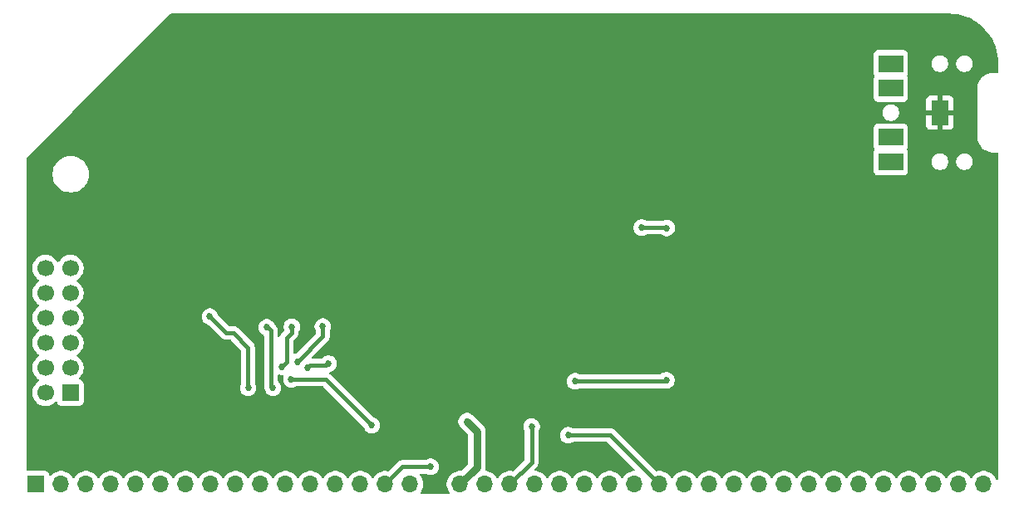
<source format=gbr>
%TF.GenerationSoftware,KiCad,Pcbnew,9.0.1+1*%
%TF.CreationDate,2025-10-06T23:48:47+00:00*%
%TF.ProjectId,rcbus-opl3,72636275-732d-46f7-906c-332e6b696361,@version@*%
%TF.SameCoordinates,Original*%
%TF.FileFunction,Copper,L2,Bot*%
%TF.FilePolarity,Positive*%
%FSLAX46Y46*%
G04 Gerber Fmt 4.6, Leading zero omitted, Abs format (unit mm)*
G04 Created by KiCad (PCBNEW 9.0.1+1) date 2025-10-06 23:48:47*
%MOMM*%
%LPD*%
G01*
G04 APERTURE LIST*
%TA.AperFunction,ComponentPad*%
%ADD10R,2.500000X1.800000*%
%TD*%
%TA.AperFunction,ComponentPad*%
%ADD11R,1.800000X2.500000*%
%TD*%
%TA.AperFunction,ComponentPad*%
%ADD12R,1.700000X1.700000*%
%TD*%
%TA.AperFunction,ComponentPad*%
%ADD13C,1.700000*%
%TD*%
%TA.AperFunction,ComponentPad*%
%ADD14O,1.700000X1.700000*%
%TD*%
%TA.AperFunction,ViaPad*%
%ADD15C,0.685800*%
%TD*%
%TA.AperFunction,Conductor*%
%ADD16C,0.762000*%
%TD*%
%TA.AperFunction,Conductor*%
%ADD17C,0.381000*%
%TD*%
G04 APERTURE END LIST*
D10*
%TO.P,CON1,R*%
%TO.N,Net-(CON1-PadR)*%
X148569000Y-130595000D03*
%TO.P,CON1,RN*%
X148569000Y-128095000D03*
D11*
%TO.P,CON1,S*%
%TO.N,GND*%
X153569000Y-125595000D03*
D10*
%TO.P,CON1,T*%
%TO.N,Net-(CON1-PadT)*%
X148569000Y-120595000D03*
%TO.P,CON1,TN*%
X148569000Y-123095000D03*
%TD*%
D12*
%TO.P,JP1,1,Pin_1*%
%TO.N,Net-(JP1-Pin_1)*%
X65000000Y-154160000D03*
D13*
%TO.P,JP1,2,Pin_2*%
%TO.N,+5V*%
X62460000Y-154160000D03*
%TO.P,JP1,3,Pin_3*%
%TO.N,Net-(JP1-Pin_3)*%
X65000000Y-151620000D03*
%TO.P,JP1,4,Pin_4*%
%TO.N,+5V*%
X62460000Y-151620000D03*
%TO.P,JP1,5,Pin_5*%
%TO.N,Net-(JP1-Pin_5)*%
X65000000Y-149080000D03*
%TO.P,JP1,6,Pin_6*%
%TO.N,+5V*%
X62460000Y-149080000D03*
%TO.P,JP1,7,Pin_7*%
%TO.N,Net-(JP1-Pin_7)*%
X65000000Y-146540000D03*
%TO.P,JP1,8,Pin_8*%
%TO.N,+5V*%
X62460000Y-146540000D03*
%TO.P,JP1,9,Pin_9*%
%TO.N,Net-(JP1-Pin_9)*%
X65000000Y-144000000D03*
%TO.P,JP1,10,Pin_10*%
%TO.N,+5V*%
X62460000Y-144000000D03*
%TO.P,JP1,11,Pin_11*%
%TO.N,Net-(JP1-Pin_11)*%
X65000000Y-141460000D03*
%TO.P,JP1,12,Pin_12*%
%TO.N,+5V*%
X62460000Y-141460000D03*
%TD*%
D12*
%TO.P,P1,1,Pin_1*%
%TO.N,unconnected-(P1-Pin_1-Pad1)*%
X61500000Y-163500000D03*
D14*
%TO.P,P1,2,Pin_2*%
%TO.N,unconnected-(P1-Pin_2-Pad2)*%
X64040000Y-163500000D03*
%TO.P,P1,3,Pin_3*%
%TO.N,unconnected-(P1-Pin_3-Pad3)*%
X66580000Y-163500000D03*
%TO.P,P1,4,Pin_4*%
%TO.N,unconnected-(P1-Pin_4-Pad4)*%
X69120000Y-163500000D03*
%TO.P,P1,5,Pin_5*%
%TO.N,unconnected-(P1-Pin_5-Pad5)*%
X71660000Y-163500000D03*
%TO.P,P1,6,Pin_6*%
%TO.N,unconnected-(P1-Pin_6-Pad6)*%
X74200000Y-163500000D03*
%TO.P,P1,7,Pin_7*%
%TO.N,unconnected-(P1-Pin_7-Pad7)*%
X76740000Y-163500000D03*
%TO.P,P1,8,Pin_8*%
%TO.N,unconnected-(P1-Pin_8-Pad8)*%
X79280000Y-163500000D03*
%TO.P,P1,9,Pin_9*%
%TO.N,/A7*%
X81820000Y-163500000D03*
%TO.P,P1,10,Pin_10*%
%TO.N,/A6*%
X84360000Y-163500000D03*
%TO.P,P1,11,Pin_11*%
%TO.N,/A5*%
X86900000Y-163500000D03*
%TO.P,P1,12,Pin_12*%
%TO.N,/A4*%
X89440000Y-163500000D03*
%TO.P,P1,13,Pin_13*%
%TO.N,/A3*%
X91980000Y-163500000D03*
%TO.P,P1,14,Pin_14*%
%TO.N,/A2*%
X94520000Y-163500000D03*
%TO.P,P1,15,Pin_15*%
%TO.N,/A1*%
X97060000Y-163500000D03*
%TO.P,P1,16,Pin_16*%
%TO.N,/A0*%
X99600000Y-163500000D03*
%TO.P,P1,17,Pin_17*%
%TO.N,GND*%
X102140000Y-163500000D03*
%TO.P,P1,18,Pin_18*%
%TO.N,+5V*%
X104680000Y-163500000D03*
%TO.P,P1,19,Pin_19*%
%TO.N,unconnected-(P1-Pin_19-Pad19)*%
X107220000Y-163500000D03*
%TO.P,P1,20,Pin_20*%
%TO.N,/~{RESET}*%
X109760000Y-163500000D03*
%TO.P,P1,21,Pin_21*%
%TO.N,unconnected-(P1-Pin_21-Pad21)*%
X112300000Y-163500000D03*
%TO.P,P1,22,Pin_22*%
%TO.N,/~{INT}*%
X114840000Y-163500000D03*
%TO.P,P1,23,Pin_23*%
%TO.N,unconnected-(P1-Pin_23-Pad23)*%
X117380000Y-163500000D03*
%TO.P,P1,24,Pin_24*%
%TO.N,/~{WR}*%
X119920000Y-163500000D03*
%TO.P,P1,25,Pin_25*%
%TO.N,/~{RD}*%
X122460000Y-163500000D03*
%TO.P,P1,26,Pin_26*%
%TO.N,/~{IORQ}*%
X125000000Y-163500000D03*
%TO.P,P1,27,Pin_27*%
%TO.N,/D0*%
X127540000Y-163500000D03*
%TO.P,P1,28,Pin_28*%
%TO.N,/D1*%
X130080000Y-163500000D03*
%TO.P,P1,29,Pin_29*%
%TO.N,/D2*%
X132620000Y-163500000D03*
%TO.P,P1,30,Pin_30*%
%TO.N,/D3*%
X135160000Y-163500000D03*
%TO.P,P1,31,Pin_31*%
%TO.N,/D4*%
X137700000Y-163500000D03*
%TO.P,P1,32,Pin_32*%
%TO.N,/D5*%
X140240000Y-163500000D03*
%TO.P,P1,33,Pin_33*%
%TO.N,/D6*%
X142780000Y-163500000D03*
%TO.P,P1,34,Pin_34*%
%TO.N,/D7*%
X145320000Y-163500000D03*
%TO.P,P1,35,Pin_35*%
%TO.N,unconnected-(P1-Pin_35-Pad35)*%
X147860000Y-163500000D03*
%TO.P,P1,36,Pin_36*%
%TO.N,unconnected-(P1-Pin_36-Pad36)*%
X150400000Y-163500000D03*
%TO.P,P1,37,Pin_37*%
%TO.N,unconnected-(P1-Pin_37-Pad37)*%
X152940000Y-163500000D03*
%TO.P,P1,38,Pin_38*%
%TO.N,unconnected-(P1-Pin_38-Pad38)*%
X155480000Y-163500000D03*
%TO.P,P1,39,Pin_39*%
%TO.N,unconnected-(P1-Pin_39-Pad39)*%
X158020000Y-163500000D03*
%TD*%
D15*
%TO.N,+5V*%
X105384986Y-157100000D03*
%TO.N,GND*%
X74800000Y-151500000D03*
X120222961Y-129477039D03*
X129100000Y-157985000D03*
X120400000Y-137600000D03*
X74900000Y-154000000D03*
X85600000Y-144100000D03*
X74800000Y-144000000D03*
X123600000Y-130200000D03*
X97500000Y-145500000D03*
X141475000Y-124400000D03*
X77800000Y-142400000D03*
X97735952Y-156060205D03*
X116600000Y-141700000D03*
X123499999Y-121232925D03*
X74800000Y-146500000D03*
X74800000Y-141500000D03*
X141475000Y-134400000D03*
X106500000Y-127800000D03*
X121800000Y-144000000D03*
X92000000Y-156512600D03*
X74800000Y-149000000D03*
%TO.N,/A1*%
X101700000Y-161722400D03*
%TO.N,/~{CS}*%
X125700000Y-152900000D03*
X116400000Y-153000000D03*
%TO.N,/~{RESET}*%
X111979883Y-157612600D03*
%TO.N,/~{IORQ}*%
X87500000Y-152800000D03*
X95700000Y-157500000D03*
X115700000Y-158500000D03*
%TO.N,/DOAB*%
X125733318Y-137359891D03*
X123196600Y-137317721D03*
%TO.N,Net-(JP1-Pin_1)*%
X86500000Y-151500000D03*
X87550000Y-147450000D03*
%TO.N,Net-(JP1-Pin_9)*%
X85000000Y-147500000D03*
X85630000Y-153681000D03*
%TO.N,Net-(JP1-Pin_11)*%
X83100000Y-153681000D03*
X79200000Y-146400000D03*
%TO.N,Net-(JP1-Pin_3)*%
X88100000Y-151000000D03*
X90709999Y-147418096D03*
%TO.N,Net-(JP1-Pin_5)*%
X91300000Y-151200000D03*
X89131759Y-151631759D03*
%TD*%
D16*
%TO.N,+5V*%
X105384986Y-157100000D02*
X106410486Y-158125500D01*
X106410486Y-161769514D02*
X104680000Y-163500000D01*
X106410486Y-158125500D02*
X106410486Y-161769514D01*
D17*
%TO.N,/A1*%
X98837600Y-161722400D02*
X101700000Y-161722400D01*
X97060000Y-163500000D02*
X98837600Y-161722400D01*
%TO.N,/~{CS}*%
X116400000Y-153000000D02*
X125600000Y-153000000D01*
X125600000Y-153000000D02*
X125700000Y-152900000D01*
%TO.N,/~{RESET}*%
X111979883Y-161280117D02*
X111979883Y-157612600D01*
X109760000Y-163500000D02*
X111979883Y-161280117D01*
%TO.N,/~{IORQ}*%
X95700000Y-157500000D02*
X91000000Y-152800000D01*
X115700000Y-158500000D02*
X120000000Y-158500000D01*
X91000000Y-152800000D02*
X87500000Y-152800000D01*
X120000000Y-158500000D02*
X125000000Y-163500000D01*
%TO.N,/DOAB*%
X125673427Y-137300000D02*
X123214321Y-137300000D01*
X123214321Y-137300000D02*
X123196600Y-137317721D01*
X125733318Y-137359891D02*
X125673427Y-137300000D01*
%TO.N,Net-(JP1-Pin_1)*%
X87000000Y-151000000D02*
X86500000Y-151500000D01*
X87000000Y-148600000D02*
X87000000Y-151000000D01*
X87550000Y-147450000D02*
X87550000Y-148050000D01*
X87550000Y-148050000D02*
X87000000Y-148600000D01*
%TO.N,Net-(JP1-Pin_9)*%
X85100000Y-147500000D02*
X85400000Y-147800000D01*
X85400000Y-153387400D02*
X85630000Y-153617400D01*
X85400000Y-147800000D02*
X85400000Y-153387400D01*
X85000000Y-147500000D02*
X85100000Y-147500000D01*
%TO.N,Net-(JP1-Pin_11)*%
X79200000Y-146400000D02*
X80858619Y-148058619D01*
X83090000Y-153671000D02*
X83100000Y-153681000D01*
X80858619Y-148058619D02*
X81600000Y-148058619D01*
X83090000Y-149548619D02*
X83090000Y-153671000D01*
X81600000Y-148058619D02*
X83090000Y-149548619D01*
%TO.N,Net-(JP1-Pin_3)*%
X90709999Y-147418096D02*
X90709999Y-148390001D01*
X90709999Y-148390001D02*
X88100000Y-151000000D01*
%TO.N,Net-(JP1-Pin_5)*%
X91200000Y-151200000D02*
X91300000Y-151200000D01*
X89363518Y-151400000D02*
X91000000Y-151400000D01*
X89131759Y-151631759D02*
X89363518Y-151400000D01*
X91000000Y-151400000D02*
X91200000Y-151200000D01*
%TD*%
%TA.AperFunction,Conductor*%
%TO.N,GND*%
G36*
X154502611Y-115500608D02*
G01*
X154907663Y-115517361D01*
X154918012Y-115518218D01*
X155317722Y-115568042D01*
X155327986Y-115569755D01*
X155722213Y-115652415D01*
X155732276Y-115654962D01*
X156118344Y-115769901D01*
X156128187Y-115773281D01*
X156503427Y-115919700D01*
X156512964Y-115923883D01*
X156853371Y-116090298D01*
X156874811Y-116100779D01*
X156883969Y-116105735D01*
X157229991Y-116311919D01*
X157238702Y-116317610D01*
X157387309Y-116423713D01*
X157566512Y-116551662D01*
X157574730Y-116558058D01*
X157882102Y-116818388D01*
X157889763Y-116825442D01*
X158174557Y-117110236D01*
X158181611Y-117117897D01*
X158441941Y-117425269D01*
X158448337Y-117433487D01*
X158682384Y-117761289D01*
X158688080Y-117770008D01*
X158894264Y-118116030D01*
X158899220Y-118125188D01*
X159076116Y-118487035D01*
X159080299Y-118496572D01*
X159226718Y-118871812D01*
X159230100Y-118881661D01*
X159345032Y-119267707D01*
X159347588Y-119277803D01*
X159430243Y-119672009D01*
X159431957Y-119682281D01*
X159481779Y-120081973D01*
X159482639Y-120092351D01*
X159499392Y-120497388D01*
X159499500Y-120502595D01*
X159499500Y-121412500D01*
X159479498Y-121480621D01*
X159425842Y-121527114D01*
X159373500Y-121538500D01*
X158894449Y-121538500D01*
X158661758Y-121571956D01*
X158436187Y-121638190D01*
X158222340Y-121735850D01*
X158024571Y-121862949D01*
X157846901Y-122016901D01*
X157692949Y-122194571D01*
X157565850Y-122392340D01*
X157468190Y-122606187D01*
X157401956Y-122831758D01*
X157368500Y-123064449D01*
X157368500Y-128125550D01*
X157401956Y-128358241D01*
X157468190Y-128583812D01*
X157565850Y-128797659D01*
X157692949Y-128995428D01*
X157846901Y-129173098D01*
X158024571Y-129327050D01*
X158220037Y-129452669D01*
X158222342Y-129454150D01*
X158436189Y-129551810D01*
X158661757Y-129618043D01*
X158894455Y-129651500D01*
X158946108Y-129651500D01*
X159373500Y-129651500D01*
X159441621Y-129671502D01*
X159488114Y-129725158D01*
X159499500Y-129777500D01*
X159499500Y-162904123D01*
X159479498Y-162972244D01*
X159425842Y-163018737D01*
X159355568Y-163028841D01*
X159290988Y-162999347D01*
X159261233Y-162961326D01*
X159175051Y-162792184D01*
X159050104Y-162620208D01*
X159050101Y-162620205D01*
X159050099Y-162620202D01*
X158899797Y-162469900D01*
X158899794Y-162469898D01*
X158899792Y-162469896D01*
X158727816Y-162344949D01*
X158538412Y-162248443D01*
X158336243Y-162182754D01*
X158126287Y-162149500D01*
X157913713Y-162149500D01*
X157703757Y-162182754D01*
X157703754Y-162182754D01*
X157703753Y-162182755D01*
X157501588Y-162248443D01*
X157501586Y-162248444D01*
X157312180Y-162344951D01*
X157140205Y-162469898D01*
X157140202Y-162469900D01*
X156989900Y-162620202D01*
X156989898Y-162620205D01*
X156864949Y-162792183D01*
X156862265Y-162797451D01*
X156813516Y-162849065D01*
X156744600Y-162866129D01*
X156677399Y-162843226D01*
X156637735Y-162797451D01*
X156635050Y-162792183D01*
X156635048Y-162792180D01*
X156510104Y-162620208D01*
X156510101Y-162620205D01*
X156510099Y-162620202D01*
X156359797Y-162469900D01*
X156359794Y-162469898D01*
X156359792Y-162469896D01*
X156187816Y-162344949D01*
X155998412Y-162248443D01*
X155796243Y-162182754D01*
X155586287Y-162149500D01*
X155373713Y-162149500D01*
X155163757Y-162182754D01*
X155163754Y-162182754D01*
X155163753Y-162182755D01*
X154961588Y-162248443D01*
X154961586Y-162248444D01*
X154772180Y-162344951D01*
X154600205Y-162469898D01*
X154600202Y-162469900D01*
X154449900Y-162620202D01*
X154449898Y-162620205D01*
X154324949Y-162792183D01*
X154322265Y-162797451D01*
X154273516Y-162849065D01*
X154204600Y-162866129D01*
X154137399Y-162843226D01*
X154097735Y-162797451D01*
X154095050Y-162792183D01*
X154095048Y-162792180D01*
X153970104Y-162620208D01*
X153970101Y-162620205D01*
X153970099Y-162620202D01*
X153819797Y-162469900D01*
X153819794Y-162469898D01*
X153819792Y-162469896D01*
X153647816Y-162344949D01*
X153458412Y-162248443D01*
X153256243Y-162182754D01*
X153046287Y-162149500D01*
X152833713Y-162149500D01*
X152623757Y-162182754D01*
X152623754Y-162182754D01*
X152623753Y-162182755D01*
X152421588Y-162248443D01*
X152421586Y-162248444D01*
X152232180Y-162344951D01*
X152060205Y-162469898D01*
X152060202Y-162469900D01*
X151909900Y-162620202D01*
X151909898Y-162620205D01*
X151784949Y-162792183D01*
X151782265Y-162797451D01*
X151733516Y-162849065D01*
X151664600Y-162866129D01*
X151597399Y-162843226D01*
X151557735Y-162797451D01*
X151555050Y-162792183D01*
X151555048Y-162792180D01*
X151430104Y-162620208D01*
X151430101Y-162620205D01*
X151430099Y-162620202D01*
X151279797Y-162469900D01*
X151279794Y-162469898D01*
X151279792Y-162469896D01*
X151107816Y-162344949D01*
X150918412Y-162248443D01*
X150716243Y-162182754D01*
X150506287Y-162149500D01*
X150293713Y-162149500D01*
X150083757Y-162182754D01*
X150083754Y-162182754D01*
X150083753Y-162182755D01*
X149881588Y-162248443D01*
X149881586Y-162248444D01*
X149692180Y-162344951D01*
X149520205Y-162469898D01*
X149520202Y-162469900D01*
X149369900Y-162620202D01*
X149369898Y-162620205D01*
X149244949Y-162792183D01*
X149242265Y-162797451D01*
X149193516Y-162849065D01*
X149124600Y-162866129D01*
X149057399Y-162843226D01*
X149017735Y-162797451D01*
X149015050Y-162792183D01*
X149015048Y-162792180D01*
X148890104Y-162620208D01*
X148890101Y-162620205D01*
X148890099Y-162620202D01*
X148739797Y-162469900D01*
X148739794Y-162469898D01*
X148739792Y-162469896D01*
X148567816Y-162344949D01*
X148378412Y-162248443D01*
X148176243Y-162182754D01*
X147966287Y-162149500D01*
X147753713Y-162149500D01*
X147543757Y-162182754D01*
X147543754Y-162182754D01*
X147543753Y-162182755D01*
X147341588Y-162248443D01*
X147341586Y-162248444D01*
X147152180Y-162344951D01*
X146980205Y-162469898D01*
X146980202Y-162469900D01*
X146829900Y-162620202D01*
X146829898Y-162620205D01*
X146704949Y-162792183D01*
X146702265Y-162797451D01*
X146653516Y-162849065D01*
X146584600Y-162866129D01*
X146517399Y-162843226D01*
X146477735Y-162797451D01*
X146475050Y-162792183D01*
X146475048Y-162792180D01*
X146350104Y-162620208D01*
X146350101Y-162620205D01*
X146350099Y-162620202D01*
X146199797Y-162469900D01*
X146199794Y-162469898D01*
X146199792Y-162469896D01*
X146027816Y-162344949D01*
X145838412Y-162248443D01*
X145636243Y-162182754D01*
X145426287Y-162149500D01*
X145213713Y-162149500D01*
X145003757Y-162182754D01*
X145003754Y-162182754D01*
X145003753Y-162182755D01*
X144801588Y-162248443D01*
X144801586Y-162248444D01*
X144612180Y-162344951D01*
X144440205Y-162469898D01*
X144440202Y-162469900D01*
X144289900Y-162620202D01*
X144289898Y-162620205D01*
X144164949Y-162792183D01*
X144162265Y-162797451D01*
X144113516Y-162849065D01*
X144044600Y-162866129D01*
X143977399Y-162843226D01*
X143937735Y-162797451D01*
X143935050Y-162792183D01*
X143935048Y-162792180D01*
X143810104Y-162620208D01*
X143810101Y-162620205D01*
X143810099Y-162620202D01*
X143659797Y-162469900D01*
X143659794Y-162469898D01*
X143659792Y-162469896D01*
X143487816Y-162344949D01*
X143298412Y-162248443D01*
X143096243Y-162182754D01*
X142886287Y-162149500D01*
X142673713Y-162149500D01*
X142463757Y-162182754D01*
X142463754Y-162182754D01*
X142463753Y-162182755D01*
X142261588Y-162248443D01*
X142261586Y-162248444D01*
X142072180Y-162344951D01*
X141900205Y-162469898D01*
X141900202Y-162469900D01*
X141749900Y-162620202D01*
X141749898Y-162620205D01*
X141624949Y-162792183D01*
X141622265Y-162797451D01*
X141573516Y-162849065D01*
X141504600Y-162866129D01*
X141437399Y-162843226D01*
X141397735Y-162797451D01*
X141395050Y-162792183D01*
X141395048Y-162792180D01*
X141270104Y-162620208D01*
X141270101Y-162620205D01*
X141270099Y-162620202D01*
X141119797Y-162469900D01*
X141119794Y-162469898D01*
X141119792Y-162469896D01*
X140947816Y-162344949D01*
X140758412Y-162248443D01*
X140556243Y-162182754D01*
X140346287Y-162149500D01*
X140133713Y-162149500D01*
X139923757Y-162182754D01*
X139923754Y-162182754D01*
X139923753Y-162182755D01*
X139721588Y-162248443D01*
X139721586Y-162248444D01*
X139532180Y-162344951D01*
X139360205Y-162469898D01*
X139360202Y-162469900D01*
X139209900Y-162620202D01*
X139209898Y-162620205D01*
X139084949Y-162792183D01*
X139082265Y-162797451D01*
X139033516Y-162849065D01*
X138964600Y-162866129D01*
X138897399Y-162843226D01*
X138857735Y-162797451D01*
X138855050Y-162792183D01*
X138855048Y-162792180D01*
X138730104Y-162620208D01*
X138730101Y-162620205D01*
X138730099Y-162620202D01*
X138579797Y-162469900D01*
X138579794Y-162469898D01*
X138579792Y-162469896D01*
X138407816Y-162344949D01*
X138218412Y-162248443D01*
X138016243Y-162182754D01*
X137806287Y-162149500D01*
X137593713Y-162149500D01*
X137383757Y-162182754D01*
X137383754Y-162182754D01*
X137383753Y-162182755D01*
X137181588Y-162248443D01*
X137181586Y-162248444D01*
X136992180Y-162344951D01*
X136820205Y-162469898D01*
X136820202Y-162469900D01*
X136669900Y-162620202D01*
X136669898Y-162620205D01*
X136544949Y-162792183D01*
X136542265Y-162797451D01*
X136493516Y-162849065D01*
X136424600Y-162866129D01*
X136357399Y-162843226D01*
X136317735Y-162797451D01*
X136315050Y-162792183D01*
X136315048Y-162792180D01*
X136190104Y-162620208D01*
X136190101Y-162620205D01*
X136190099Y-162620202D01*
X136039797Y-162469900D01*
X136039794Y-162469898D01*
X136039792Y-162469896D01*
X135867816Y-162344949D01*
X135678412Y-162248443D01*
X135476243Y-162182754D01*
X135266287Y-162149500D01*
X135053713Y-162149500D01*
X134843757Y-162182754D01*
X134843754Y-162182754D01*
X134843753Y-162182755D01*
X134641588Y-162248443D01*
X134641586Y-162248444D01*
X134452180Y-162344951D01*
X134280205Y-162469898D01*
X134280202Y-162469900D01*
X134129900Y-162620202D01*
X134129898Y-162620205D01*
X134004949Y-162792183D01*
X134002265Y-162797451D01*
X133953516Y-162849065D01*
X133884600Y-162866129D01*
X133817399Y-162843226D01*
X133777735Y-162797451D01*
X133775050Y-162792183D01*
X133775048Y-162792180D01*
X133650104Y-162620208D01*
X133650101Y-162620205D01*
X133650099Y-162620202D01*
X133499797Y-162469900D01*
X133499794Y-162469898D01*
X133499792Y-162469896D01*
X133327816Y-162344949D01*
X133138412Y-162248443D01*
X132936243Y-162182754D01*
X132726287Y-162149500D01*
X132513713Y-162149500D01*
X132303757Y-162182754D01*
X132303754Y-162182754D01*
X132303753Y-162182755D01*
X132101588Y-162248443D01*
X132101586Y-162248444D01*
X131912180Y-162344951D01*
X131740205Y-162469898D01*
X131740202Y-162469900D01*
X131589900Y-162620202D01*
X131589898Y-162620205D01*
X131464949Y-162792183D01*
X131462265Y-162797451D01*
X131413516Y-162849065D01*
X131344600Y-162866129D01*
X131277399Y-162843226D01*
X131237735Y-162797451D01*
X131235050Y-162792183D01*
X131235048Y-162792180D01*
X131110104Y-162620208D01*
X131110101Y-162620205D01*
X131110099Y-162620202D01*
X130959797Y-162469900D01*
X130959794Y-162469898D01*
X130959792Y-162469896D01*
X130787816Y-162344949D01*
X130598412Y-162248443D01*
X130396243Y-162182754D01*
X130186287Y-162149500D01*
X129973713Y-162149500D01*
X129763757Y-162182754D01*
X129763754Y-162182754D01*
X129763753Y-162182755D01*
X129561588Y-162248443D01*
X129561586Y-162248444D01*
X129372180Y-162344951D01*
X129200205Y-162469898D01*
X129200202Y-162469900D01*
X129049900Y-162620202D01*
X129049898Y-162620205D01*
X128924949Y-162792183D01*
X128922265Y-162797451D01*
X128873516Y-162849065D01*
X128804600Y-162866129D01*
X128737399Y-162843226D01*
X128697735Y-162797451D01*
X128695050Y-162792183D01*
X128695048Y-162792180D01*
X128570104Y-162620208D01*
X128570101Y-162620205D01*
X128570099Y-162620202D01*
X128419797Y-162469900D01*
X128419794Y-162469898D01*
X128419792Y-162469896D01*
X128247816Y-162344949D01*
X128058412Y-162248443D01*
X127856243Y-162182754D01*
X127646287Y-162149500D01*
X127433713Y-162149500D01*
X127223757Y-162182754D01*
X127223754Y-162182754D01*
X127223753Y-162182755D01*
X127021588Y-162248443D01*
X127021586Y-162248444D01*
X126832180Y-162344951D01*
X126660205Y-162469898D01*
X126660202Y-162469900D01*
X126509900Y-162620202D01*
X126509898Y-162620205D01*
X126384949Y-162792183D01*
X126382265Y-162797451D01*
X126333516Y-162849065D01*
X126264600Y-162866129D01*
X126197399Y-162843226D01*
X126157735Y-162797451D01*
X126155050Y-162792183D01*
X126155048Y-162792180D01*
X126030104Y-162620208D01*
X126030101Y-162620205D01*
X126030099Y-162620202D01*
X125879797Y-162469900D01*
X125879794Y-162469898D01*
X125879792Y-162469896D01*
X125707816Y-162344949D01*
X125518412Y-162248443D01*
X125316243Y-162182754D01*
X125106287Y-162149500D01*
X124893713Y-162149500D01*
X124726634Y-162175962D01*
X124656225Y-162166863D01*
X124617830Y-162140609D01*
X120440494Y-157963271D01*
X120440488Y-157963266D01*
X120439138Y-157962364D01*
X120327311Y-157887644D01*
X120280792Y-157868375D01*
X120201560Y-157835556D01*
X120201557Y-157835555D01*
X120068061Y-157809000D01*
X120068058Y-157809000D01*
X116222148Y-157809000D01*
X116154027Y-157788998D01*
X116152146Y-157787765D01*
X116099500Y-157752588D01*
X115946016Y-157689013D01*
X115946011Y-157689011D01*
X115783070Y-157656600D01*
X115783068Y-157656600D01*
X115616932Y-157656600D01*
X115616929Y-157656600D01*
X115453988Y-157689011D01*
X115453983Y-157689013D01*
X115300500Y-157752588D01*
X115162364Y-157844887D01*
X115162358Y-157844892D01*
X115044892Y-157962358D01*
X115044887Y-157962364D01*
X114952588Y-158100500D01*
X114889013Y-158253983D01*
X114889011Y-158253988D01*
X114856600Y-158416929D01*
X114856600Y-158416932D01*
X114856600Y-158583068D01*
X114889011Y-158746011D01*
X114952588Y-158899500D01*
X115014260Y-158991799D01*
X115044887Y-159037635D01*
X115044892Y-159037641D01*
X115162358Y-159155107D01*
X115162364Y-159155112D01*
X115300500Y-159247412D01*
X115453989Y-159310989D01*
X115616932Y-159343400D01*
X115616933Y-159343400D01*
X115783067Y-159343400D01*
X115783068Y-159343400D01*
X115946011Y-159310989D01*
X116099500Y-159247412D01*
X116152146Y-159212235D01*
X116219899Y-159191020D01*
X116222148Y-159191000D01*
X119661588Y-159191000D01*
X119729709Y-159211002D01*
X119750683Y-159227905D01*
X122457184Y-161934405D01*
X122491210Y-161996717D01*
X122486145Y-162067532D01*
X122443598Y-162124368D01*
X122377078Y-162149179D01*
X122368089Y-162149500D01*
X122353713Y-162149500D01*
X122143757Y-162182754D01*
X122143754Y-162182754D01*
X122143753Y-162182755D01*
X121941588Y-162248443D01*
X121941586Y-162248444D01*
X121752180Y-162344951D01*
X121580205Y-162469898D01*
X121580202Y-162469900D01*
X121429900Y-162620202D01*
X121429898Y-162620205D01*
X121304949Y-162792183D01*
X121302265Y-162797451D01*
X121253516Y-162849065D01*
X121184600Y-162866129D01*
X121117399Y-162843226D01*
X121077735Y-162797451D01*
X121075050Y-162792183D01*
X121075048Y-162792180D01*
X120950104Y-162620208D01*
X120950101Y-162620205D01*
X120950099Y-162620202D01*
X120799797Y-162469900D01*
X120799794Y-162469898D01*
X120799792Y-162469896D01*
X120627816Y-162344949D01*
X120438412Y-162248443D01*
X120236243Y-162182754D01*
X120026287Y-162149500D01*
X119813713Y-162149500D01*
X119603757Y-162182754D01*
X119603754Y-162182754D01*
X119603753Y-162182755D01*
X119401588Y-162248443D01*
X119401586Y-162248444D01*
X119212180Y-162344951D01*
X119040205Y-162469898D01*
X119040202Y-162469900D01*
X118889900Y-162620202D01*
X118889898Y-162620205D01*
X118764949Y-162792183D01*
X118762265Y-162797451D01*
X118713516Y-162849065D01*
X118644600Y-162866129D01*
X118577399Y-162843226D01*
X118537735Y-162797451D01*
X118535050Y-162792183D01*
X118535048Y-162792180D01*
X118410104Y-162620208D01*
X118410101Y-162620205D01*
X118410099Y-162620202D01*
X118259797Y-162469900D01*
X118259794Y-162469898D01*
X118259792Y-162469896D01*
X118087816Y-162344949D01*
X117898412Y-162248443D01*
X117696243Y-162182754D01*
X117486287Y-162149500D01*
X117273713Y-162149500D01*
X117063757Y-162182754D01*
X117063754Y-162182754D01*
X117063753Y-162182755D01*
X116861588Y-162248443D01*
X116861586Y-162248444D01*
X116672180Y-162344951D01*
X116500205Y-162469898D01*
X116500202Y-162469900D01*
X116349900Y-162620202D01*
X116349898Y-162620205D01*
X116224949Y-162792183D01*
X116222265Y-162797451D01*
X116173516Y-162849065D01*
X116104600Y-162866129D01*
X116037399Y-162843226D01*
X115997735Y-162797451D01*
X115995050Y-162792183D01*
X115995048Y-162792180D01*
X115870104Y-162620208D01*
X115870101Y-162620205D01*
X115870099Y-162620202D01*
X115719797Y-162469900D01*
X115719794Y-162469898D01*
X115719792Y-162469896D01*
X115547816Y-162344949D01*
X115358412Y-162248443D01*
X115156243Y-162182754D01*
X114946287Y-162149500D01*
X114733713Y-162149500D01*
X114523757Y-162182754D01*
X114523754Y-162182754D01*
X114523753Y-162182755D01*
X114321588Y-162248443D01*
X114321586Y-162248444D01*
X114132180Y-162344951D01*
X113960205Y-162469898D01*
X113960202Y-162469900D01*
X113809900Y-162620202D01*
X113809898Y-162620205D01*
X113684949Y-162792183D01*
X113682265Y-162797451D01*
X113633516Y-162849065D01*
X113564600Y-162866129D01*
X113497399Y-162843226D01*
X113457735Y-162797451D01*
X113455050Y-162792183D01*
X113455048Y-162792180D01*
X113330104Y-162620208D01*
X113330101Y-162620205D01*
X113330099Y-162620202D01*
X113179797Y-162469900D01*
X113179794Y-162469898D01*
X113179792Y-162469896D01*
X113007816Y-162344949D01*
X112818412Y-162248443D01*
X112616243Y-162182754D01*
X112406287Y-162149500D01*
X112391912Y-162149500D01*
X112323791Y-162129498D01*
X112277298Y-162075842D01*
X112267194Y-162005568D01*
X112296688Y-161940988D01*
X112302817Y-161934405D01*
X112516613Y-161720608D01*
X112516613Y-161720607D01*
X112516618Y-161720603D01*
X112592239Y-161607428D01*
X112644328Y-161481674D01*
X112670883Y-161348174D01*
X112670883Y-161212060D01*
X112670883Y-158134747D01*
X112690885Y-158066626D01*
X112692058Y-158064834D01*
X112727295Y-158012100D01*
X112790872Y-157858611D01*
X112823283Y-157695668D01*
X112823283Y-157529532D01*
X112790872Y-157366589D01*
X112727295Y-157213100D01*
X112634995Y-157074964D01*
X112634990Y-157074958D01*
X112517524Y-156957492D01*
X112517518Y-156957487D01*
X112471682Y-156926860D01*
X112379383Y-156865188D01*
X112225894Y-156801611D01*
X112062953Y-156769200D01*
X112062951Y-156769200D01*
X111896815Y-156769200D01*
X111896812Y-156769200D01*
X111733871Y-156801611D01*
X111733866Y-156801613D01*
X111580383Y-156865188D01*
X111442247Y-156957487D01*
X111442241Y-156957492D01*
X111324775Y-157074958D01*
X111324770Y-157074964D01*
X111232471Y-157213100D01*
X111168896Y-157366583D01*
X111168894Y-157366588D01*
X111136483Y-157529529D01*
X111136483Y-157695670D01*
X111168894Y-157858611D01*
X111168896Y-157858616D01*
X111232469Y-158012097D01*
X111232470Y-158012099D01*
X111232471Y-158012100D01*
X111267649Y-158064747D01*
X111288863Y-158132497D01*
X111288883Y-158134747D01*
X111288883Y-160941705D01*
X111268881Y-161009826D01*
X111251978Y-161030800D01*
X110142168Y-162140609D01*
X110079856Y-162174635D01*
X110033365Y-162175962D01*
X109866287Y-162149500D01*
X109653713Y-162149500D01*
X109443757Y-162182754D01*
X109443754Y-162182754D01*
X109443753Y-162182755D01*
X109241588Y-162248443D01*
X109241586Y-162248444D01*
X109052180Y-162344951D01*
X108880205Y-162469898D01*
X108880202Y-162469900D01*
X108729900Y-162620202D01*
X108729898Y-162620205D01*
X108604949Y-162792183D01*
X108602265Y-162797451D01*
X108553516Y-162849065D01*
X108484600Y-162866129D01*
X108417399Y-162843226D01*
X108377735Y-162797451D01*
X108375050Y-162792183D01*
X108375048Y-162792180D01*
X108250104Y-162620208D01*
X108250101Y-162620205D01*
X108250099Y-162620202D01*
X108099797Y-162469900D01*
X108099794Y-162469898D01*
X108099792Y-162469896D01*
X107927816Y-162344949D01*
X107738412Y-162248443D01*
X107536243Y-162182754D01*
X107365932Y-162155779D01*
X107301781Y-162125367D01*
X107264254Y-162065099D01*
X107262066Y-162006753D01*
X107291986Y-161856335D01*
X107291986Y-161682693D01*
X107291986Y-158038680D01*
X107291778Y-158037636D01*
X107258110Y-157868376D01*
X107191661Y-157707953D01*
X107095192Y-157563576D01*
X107095190Y-157563574D01*
X107095185Y-157563568D01*
X105946917Y-156415300D01*
X105946911Y-156415295D01*
X105802533Y-156318825D01*
X105642113Y-156252377D01*
X105642110Y-156252376D01*
X105471810Y-156218500D01*
X105471807Y-156218500D01*
X105298165Y-156218500D01*
X105298161Y-156218500D01*
X105127861Y-156252376D01*
X105127858Y-156252377D01*
X104967438Y-156318825D01*
X104823060Y-156415295D01*
X104823054Y-156415300D01*
X104700286Y-156538068D01*
X104700281Y-156538074D01*
X104603811Y-156682452D01*
X104537363Y-156842872D01*
X104537362Y-156842875D01*
X104503486Y-157013175D01*
X104503486Y-157186824D01*
X104537362Y-157357124D01*
X104537363Y-157357127D01*
X104603811Y-157517547D01*
X104700280Y-157661924D01*
X105492082Y-158453726D01*
X105526106Y-158516037D01*
X105528986Y-158542820D01*
X105528986Y-161352194D01*
X105508984Y-161420315D01*
X105492081Y-161441289D01*
X104820775Y-162112595D01*
X104758463Y-162146621D01*
X104731680Y-162149500D01*
X104573713Y-162149500D01*
X104363757Y-162182754D01*
X104363754Y-162182754D01*
X104363753Y-162182755D01*
X104161588Y-162248443D01*
X104161586Y-162248444D01*
X103972180Y-162344951D01*
X103800205Y-162469898D01*
X103800202Y-162469900D01*
X103649900Y-162620202D01*
X103649898Y-162620205D01*
X103524951Y-162792180D01*
X103428444Y-162981586D01*
X103428443Y-162981588D01*
X103416373Y-163018737D01*
X103362754Y-163183757D01*
X103329500Y-163393713D01*
X103329500Y-163606287D01*
X103362754Y-163816243D01*
X103428443Y-164018412D01*
X103467913Y-164095876D01*
X103524951Y-164207819D01*
X103591517Y-164299439D01*
X103615375Y-164366307D01*
X103599295Y-164435458D01*
X103548381Y-164484938D01*
X103489581Y-164499500D01*
X100790419Y-164499500D01*
X100722298Y-164479498D01*
X100675805Y-164425842D01*
X100665701Y-164355568D01*
X100688483Y-164299439D01*
X100755051Y-164207816D01*
X100851557Y-164018412D01*
X100917246Y-163816243D01*
X100950500Y-163606287D01*
X100950500Y-163393713D01*
X100917246Y-163183757D01*
X100851557Y-162981588D01*
X100755051Y-162792184D01*
X100630104Y-162620208D01*
X100630103Y-162620207D01*
X100627194Y-162616203D01*
X100628348Y-162615363D01*
X100601946Y-162556444D01*
X100612550Y-162486243D01*
X100659423Y-162432920D01*
X100726788Y-162413400D01*
X101177852Y-162413400D01*
X101245973Y-162433402D01*
X101247854Y-162434635D01*
X101300500Y-162469812D01*
X101453989Y-162533389D01*
X101616932Y-162565800D01*
X101616933Y-162565800D01*
X101783067Y-162565800D01*
X101783068Y-162565800D01*
X101946011Y-162533389D01*
X102099500Y-162469812D01*
X102237636Y-162377512D01*
X102355112Y-162260036D01*
X102447412Y-162121900D01*
X102510989Y-161968411D01*
X102543400Y-161805468D01*
X102543400Y-161639332D01*
X102510989Y-161476389D01*
X102447412Y-161322900D01*
X102355112Y-161184764D01*
X102355107Y-161184758D01*
X102237641Y-161067292D01*
X102237635Y-161067287D01*
X102183028Y-161030800D01*
X102099500Y-160974988D01*
X101946011Y-160911411D01*
X101783070Y-160879000D01*
X101783068Y-160879000D01*
X101616932Y-160879000D01*
X101616929Y-160879000D01*
X101453988Y-160911411D01*
X101453983Y-160911413D01*
X101300499Y-160974988D01*
X101247854Y-161010165D01*
X101180101Y-161031380D01*
X101177852Y-161031400D01*
X98769538Y-161031400D01*
X98636042Y-161057955D01*
X98636039Y-161057956D01*
X98510288Y-161110044D01*
X98397111Y-161185666D01*
X97442168Y-162140609D01*
X97379856Y-162174634D01*
X97333363Y-162175962D01*
X97237452Y-162160771D01*
X97166287Y-162149500D01*
X96953713Y-162149500D01*
X96743757Y-162182754D01*
X96743754Y-162182754D01*
X96743753Y-162182755D01*
X96541588Y-162248443D01*
X96541586Y-162248444D01*
X96352180Y-162344951D01*
X96180205Y-162469898D01*
X96180202Y-162469900D01*
X96029900Y-162620202D01*
X96029898Y-162620205D01*
X95904949Y-162792183D01*
X95902265Y-162797451D01*
X95853516Y-162849065D01*
X95784600Y-162866129D01*
X95717399Y-162843226D01*
X95677735Y-162797451D01*
X95675050Y-162792183D01*
X95675048Y-162792180D01*
X95550104Y-162620208D01*
X95550101Y-162620205D01*
X95550099Y-162620202D01*
X95399797Y-162469900D01*
X95399794Y-162469898D01*
X95399792Y-162469896D01*
X95227816Y-162344949D01*
X95038412Y-162248443D01*
X94836243Y-162182754D01*
X94626287Y-162149500D01*
X94413713Y-162149500D01*
X94203757Y-162182754D01*
X94203754Y-162182754D01*
X94203753Y-162182755D01*
X94001588Y-162248443D01*
X94001586Y-162248444D01*
X93812180Y-162344951D01*
X93640205Y-162469898D01*
X93640202Y-162469900D01*
X93489900Y-162620202D01*
X93489898Y-162620205D01*
X93364949Y-162792183D01*
X93362265Y-162797451D01*
X93313516Y-162849065D01*
X93244600Y-162866129D01*
X93177399Y-162843226D01*
X93137735Y-162797451D01*
X93135050Y-162792183D01*
X93135048Y-162792180D01*
X93010104Y-162620208D01*
X93010101Y-162620205D01*
X93010099Y-162620202D01*
X92859797Y-162469900D01*
X92859794Y-162469898D01*
X92859792Y-162469896D01*
X92687816Y-162344949D01*
X92498412Y-162248443D01*
X92296243Y-162182754D01*
X92086287Y-162149500D01*
X91873713Y-162149500D01*
X91663757Y-162182754D01*
X91663754Y-162182754D01*
X91663753Y-162182755D01*
X91461588Y-162248443D01*
X91461586Y-162248444D01*
X91272180Y-162344951D01*
X91100205Y-162469898D01*
X91100202Y-162469900D01*
X90949900Y-162620202D01*
X90949898Y-162620205D01*
X90824949Y-162792183D01*
X90822265Y-162797451D01*
X90773516Y-162849065D01*
X90704600Y-162866129D01*
X90637399Y-162843226D01*
X90597735Y-162797451D01*
X90595050Y-162792183D01*
X90595048Y-162792180D01*
X90470104Y-162620208D01*
X90470101Y-162620205D01*
X90470099Y-162620202D01*
X90319797Y-162469900D01*
X90319794Y-162469898D01*
X90319792Y-162469896D01*
X90147816Y-162344949D01*
X89958412Y-162248443D01*
X89756243Y-162182754D01*
X89546287Y-162149500D01*
X89333713Y-162149500D01*
X89123757Y-162182754D01*
X89123754Y-162182754D01*
X89123753Y-162182755D01*
X88921588Y-162248443D01*
X88921586Y-162248444D01*
X88732180Y-162344951D01*
X88560205Y-162469898D01*
X88560202Y-162469900D01*
X88409900Y-162620202D01*
X88409898Y-162620205D01*
X88284949Y-162792183D01*
X88282265Y-162797451D01*
X88233516Y-162849065D01*
X88164600Y-162866129D01*
X88097399Y-162843226D01*
X88057735Y-162797451D01*
X88055050Y-162792183D01*
X88055048Y-162792180D01*
X87930104Y-162620208D01*
X87930101Y-162620205D01*
X87930099Y-162620202D01*
X87779797Y-162469900D01*
X87779794Y-162469898D01*
X87779792Y-162469896D01*
X87607816Y-162344949D01*
X87418412Y-162248443D01*
X87216243Y-162182754D01*
X87006287Y-162149500D01*
X86793713Y-162149500D01*
X86583757Y-162182754D01*
X86583754Y-162182754D01*
X86583753Y-162182755D01*
X86381588Y-162248443D01*
X86381586Y-162248444D01*
X86192180Y-162344951D01*
X86020205Y-162469898D01*
X86020202Y-162469900D01*
X85869900Y-162620202D01*
X85869898Y-162620205D01*
X85744949Y-162792183D01*
X85742265Y-162797451D01*
X85693516Y-162849065D01*
X85624600Y-162866129D01*
X85557399Y-162843226D01*
X85517735Y-162797451D01*
X85515050Y-162792183D01*
X85515048Y-162792180D01*
X85390104Y-162620208D01*
X85390101Y-162620205D01*
X85390099Y-162620202D01*
X85239797Y-162469900D01*
X85239794Y-162469898D01*
X85239792Y-162469896D01*
X85067816Y-162344949D01*
X84878412Y-162248443D01*
X84676243Y-162182754D01*
X84466287Y-162149500D01*
X84253713Y-162149500D01*
X84043757Y-162182754D01*
X84043754Y-162182754D01*
X84043753Y-162182755D01*
X83841588Y-162248443D01*
X83841586Y-162248444D01*
X83652180Y-162344951D01*
X83480205Y-162469898D01*
X83480202Y-162469900D01*
X83329900Y-162620202D01*
X83329898Y-162620205D01*
X83204949Y-162792183D01*
X83202265Y-162797451D01*
X83153516Y-162849065D01*
X83084600Y-162866129D01*
X83017399Y-162843226D01*
X82977735Y-162797451D01*
X82975050Y-162792183D01*
X82975048Y-162792180D01*
X82850104Y-162620208D01*
X82850101Y-162620205D01*
X82850099Y-162620202D01*
X82699797Y-162469900D01*
X82699794Y-162469898D01*
X82699792Y-162469896D01*
X82527816Y-162344949D01*
X82338412Y-162248443D01*
X82136243Y-162182754D01*
X81926287Y-162149500D01*
X81713713Y-162149500D01*
X81503757Y-162182754D01*
X81503754Y-162182754D01*
X81503753Y-162182755D01*
X81301588Y-162248443D01*
X81301586Y-162248444D01*
X81112180Y-162344951D01*
X80940205Y-162469898D01*
X80940202Y-162469900D01*
X80789900Y-162620202D01*
X80789898Y-162620205D01*
X80664949Y-162792183D01*
X80662265Y-162797451D01*
X80613516Y-162849065D01*
X80544600Y-162866129D01*
X80477399Y-162843226D01*
X80437735Y-162797451D01*
X80435050Y-162792183D01*
X80435048Y-162792180D01*
X80310104Y-162620208D01*
X80310101Y-162620205D01*
X80310099Y-162620202D01*
X80159797Y-162469900D01*
X80159794Y-162469898D01*
X80159792Y-162469896D01*
X79987816Y-162344949D01*
X79798412Y-162248443D01*
X79596243Y-162182754D01*
X79386287Y-162149500D01*
X79173713Y-162149500D01*
X78963757Y-162182754D01*
X78963754Y-162182754D01*
X78963753Y-162182755D01*
X78761588Y-162248443D01*
X78761586Y-162248444D01*
X78572180Y-162344951D01*
X78400205Y-162469898D01*
X78400202Y-162469900D01*
X78249900Y-162620202D01*
X78249898Y-162620205D01*
X78124949Y-162792183D01*
X78122265Y-162797451D01*
X78073516Y-162849065D01*
X78004600Y-162866129D01*
X77937399Y-162843226D01*
X77897735Y-162797451D01*
X77895050Y-162792183D01*
X77895048Y-162792180D01*
X77770104Y-162620208D01*
X77770101Y-162620205D01*
X77770099Y-162620202D01*
X77619797Y-162469900D01*
X77619794Y-162469898D01*
X77619792Y-162469896D01*
X77447816Y-162344949D01*
X77258412Y-162248443D01*
X77056243Y-162182754D01*
X76846287Y-162149500D01*
X76633713Y-162149500D01*
X76423757Y-162182754D01*
X76423754Y-162182754D01*
X76423753Y-162182755D01*
X76221588Y-162248443D01*
X76221586Y-162248444D01*
X76032180Y-162344951D01*
X75860205Y-162469898D01*
X75860202Y-162469900D01*
X75709900Y-162620202D01*
X75709898Y-162620205D01*
X75584949Y-162792183D01*
X75582265Y-162797451D01*
X75533516Y-162849065D01*
X75464600Y-162866129D01*
X75397399Y-162843226D01*
X75357735Y-162797451D01*
X75355050Y-162792183D01*
X75355048Y-162792180D01*
X75230104Y-162620208D01*
X75230101Y-162620205D01*
X75230099Y-162620202D01*
X75079797Y-162469900D01*
X75079794Y-162469898D01*
X75079792Y-162469896D01*
X74907816Y-162344949D01*
X74718412Y-162248443D01*
X74516243Y-162182754D01*
X74306287Y-162149500D01*
X74093713Y-162149500D01*
X73883757Y-162182754D01*
X73883754Y-162182754D01*
X73883753Y-162182755D01*
X73681588Y-162248443D01*
X73681586Y-162248444D01*
X73492180Y-162344951D01*
X73320205Y-162469898D01*
X73320202Y-162469900D01*
X73169900Y-162620202D01*
X73169898Y-162620205D01*
X73044949Y-162792183D01*
X73042265Y-162797451D01*
X72993516Y-162849065D01*
X72924600Y-162866129D01*
X72857399Y-162843226D01*
X72817735Y-162797451D01*
X72815050Y-162792183D01*
X72815048Y-162792180D01*
X72690104Y-162620208D01*
X72690101Y-162620205D01*
X72690099Y-162620202D01*
X72539797Y-162469900D01*
X72539794Y-162469898D01*
X72539792Y-162469896D01*
X72367816Y-162344949D01*
X72178412Y-162248443D01*
X71976243Y-162182754D01*
X71766287Y-162149500D01*
X71553713Y-162149500D01*
X71343757Y-162182754D01*
X71343754Y-162182754D01*
X71343753Y-162182755D01*
X71141588Y-162248443D01*
X71141586Y-162248444D01*
X70952180Y-162344951D01*
X70780205Y-162469898D01*
X70780202Y-162469900D01*
X70629900Y-162620202D01*
X70629898Y-162620205D01*
X70504949Y-162792183D01*
X70502265Y-162797451D01*
X70453516Y-162849065D01*
X70384600Y-162866129D01*
X70317399Y-162843226D01*
X70277735Y-162797451D01*
X70275050Y-162792183D01*
X70275048Y-162792180D01*
X70150104Y-162620208D01*
X70150101Y-162620205D01*
X70150099Y-162620202D01*
X69999797Y-162469900D01*
X69999794Y-162469898D01*
X69999792Y-162469896D01*
X69827816Y-162344949D01*
X69638412Y-162248443D01*
X69436243Y-162182754D01*
X69226287Y-162149500D01*
X69013713Y-162149500D01*
X68803757Y-162182754D01*
X68803754Y-162182754D01*
X68803753Y-162182755D01*
X68601588Y-162248443D01*
X68601586Y-162248444D01*
X68412180Y-162344951D01*
X68240205Y-162469898D01*
X68240202Y-162469900D01*
X68089900Y-162620202D01*
X68089898Y-162620205D01*
X67964949Y-162792183D01*
X67962265Y-162797451D01*
X67913516Y-162849065D01*
X67844600Y-162866129D01*
X67777399Y-162843226D01*
X67737735Y-162797451D01*
X67735050Y-162792183D01*
X67735048Y-162792180D01*
X67610104Y-162620208D01*
X67610101Y-162620205D01*
X67610099Y-162620202D01*
X67459797Y-162469900D01*
X67459794Y-162469898D01*
X67459792Y-162469896D01*
X67287816Y-162344949D01*
X67098412Y-162248443D01*
X66896243Y-162182754D01*
X66686287Y-162149500D01*
X66473713Y-162149500D01*
X66263757Y-162182754D01*
X66263754Y-162182754D01*
X66263753Y-162182755D01*
X66061588Y-162248443D01*
X66061586Y-162248444D01*
X65872180Y-162344951D01*
X65700205Y-162469898D01*
X65700202Y-162469900D01*
X65549900Y-162620202D01*
X65549898Y-162620205D01*
X65424949Y-162792183D01*
X65422265Y-162797451D01*
X65373516Y-162849065D01*
X65304600Y-162866129D01*
X65237399Y-162843226D01*
X65197735Y-162797451D01*
X65195050Y-162792183D01*
X65195048Y-162792180D01*
X65070104Y-162620208D01*
X65070101Y-162620205D01*
X65070099Y-162620202D01*
X64919797Y-162469900D01*
X64919794Y-162469898D01*
X64919792Y-162469896D01*
X64747816Y-162344949D01*
X64558412Y-162248443D01*
X64356243Y-162182754D01*
X64146287Y-162149500D01*
X63933713Y-162149500D01*
X63723757Y-162182754D01*
X63723754Y-162182754D01*
X63723753Y-162182755D01*
X63521588Y-162248443D01*
X63521586Y-162248444D01*
X63332180Y-162344951D01*
X63160207Y-162469896D01*
X63048873Y-162581230D01*
X62986561Y-162615255D01*
X62915745Y-162610189D01*
X62858909Y-162567643D01*
X62841722Y-162536165D01*
X62793798Y-162407673D01*
X62793796Y-162407670D01*
X62793796Y-162407669D01*
X62746844Y-162344949D01*
X62707546Y-162292453D01*
X62630591Y-162234845D01*
X62592331Y-162206204D01*
X62592329Y-162206203D01*
X62592326Y-162206201D01*
X62457483Y-162155909D01*
X62457486Y-162155909D01*
X62397878Y-162149500D01*
X60626500Y-162149500D01*
X60558379Y-162129498D01*
X60511886Y-162075842D01*
X60500500Y-162023500D01*
X60500500Y-141353713D01*
X61109500Y-141353713D01*
X61109500Y-141566287D01*
X61142754Y-141776243D01*
X61208443Y-141978412D01*
X61304949Y-142167816D01*
X61429896Y-142339792D01*
X61429898Y-142339794D01*
X61429900Y-142339797D01*
X61580202Y-142490099D01*
X61580205Y-142490101D01*
X61580208Y-142490104D01*
X61752184Y-142615051D01*
X61755317Y-142616647D01*
X61757451Y-142617735D01*
X61809065Y-142666484D01*
X61826129Y-142735400D01*
X61803226Y-142802601D01*
X61757451Y-142842265D01*
X61752183Y-142844949D01*
X61580205Y-142969898D01*
X61580202Y-142969900D01*
X61429900Y-143120202D01*
X61429898Y-143120205D01*
X61304951Y-143292180D01*
X61304949Y-143292184D01*
X61208443Y-143481588D01*
X61142754Y-143683757D01*
X61109500Y-143893713D01*
X61109500Y-144106287D01*
X61142754Y-144316243D01*
X61208443Y-144518412D01*
X61304949Y-144707816D01*
X61429896Y-144879792D01*
X61429898Y-144879794D01*
X61429900Y-144879797D01*
X61580202Y-145030099D01*
X61580205Y-145030101D01*
X61580208Y-145030104D01*
X61752184Y-145155051D01*
X61755317Y-145156647D01*
X61757451Y-145157735D01*
X61809065Y-145206484D01*
X61826129Y-145275400D01*
X61803226Y-145342601D01*
X61757451Y-145382265D01*
X61752183Y-145384949D01*
X61580205Y-145509898D01*
X61580202Y-145509900D01*
X61429900Y-145660202D01*
X61429898Y-145660205D01*
X61304951Y-145832180D01*
X61304949Y-145832184D01*
X61208443Y-146021588D01*
X61142754Y-146223757D01*
X61109500Y-146433713D01*
X61109500Y-146646287D01*
X61142754Y-146856243D01*
X61208443Y-147058412D01*
X61304949Y-147247816D01*
X61304951Y-147247819D01*
X61309433Y-147253988D01*
X61429896Y-147419792D01*
X61429898Y-147419794D01*
X61429900Y-147419797D01*
X61580202Y-147570099D01*
X61580205Y-147570101D01*
X61580208Y-147570104D01*
X61752184Y-147695051D01*
X61754068Y-147696011D01*
X61757451Y-147697735D01*
X61809065Y-147746484D01*
X61826129Y-147815400D01*
X61803226Y-147882601D01*
X61757451Y-147922265D01*
X61752183Y-147924949D01*
X61580205Y-148049898D01*
X61580202Y-148049900D01*
X61429900Y-148200202D01*
X61429898Y-148200205D01*
X61304951Y-148372180D01*
X61208444Y-148561586D01*
X61208443Y-148561588D01*
X61147348Y-148749619D01*
X61142754Y-148763757D01*
X61109500Y-148973713D01*
X61109500Y-149186287D01*
X61142754Y-149396243D01*
X61208443Y-149598412D01*
X61304949Y-149787816D01*
X61304951Y-149787819D01*
X61335840Y-149830334D01*
X61429896Y-149959792D01*
X61429898Y-149959794D01*
X61429900Y-149959797D01*
X61580202Y-150110099D01*
X61580205Y-150110101D01*
X61580208Y-150110104D01*
X61752184Y-150235051D01*
X61755317Y-150236647D01*
X61757451Y-150237735D01*
X61809065Y-150286484D01*
X61826129Y-150355400D01*
X61803226Y-150422601D01*
X61757451Y-150462265D01*
X61752183Y-150464949D01*
X61580205Y-150589898D01*
X61580202Y-150589900D01*
X61429900Y-150740202D01*
X61429898Y-150740205D01*
X61304951Y-150912180D01*
X61208444Y-151101586D01*
X61208443Y-151101588D01*
X61149476Y-151283070D01*
X61142754Y-151303757D01*
X61109500Y-151513713D01*
X61109500Y-151726287D01*
X61142754Y-151936243D01*
X61208443Y-152138412D01*
X61304949Y-152327816D01*
X61429896Y-152499792D01*
X61429898Y-152499794D01*
X61429900Y-152499797D01*
X61580202Y-152650099D01*
X61580205Y-152650101D01*
X61580208Y-152650104D01*
X61752184Y-152775051D01*
X61753517Y-152775730D01*
X61757451Y-152777735D01*
X61809065Y-152826484D01*
X61826129Y-152895400D01*
X61803226Y-152962601D01*
X61757451Y-153002265D01*
X61752183Y-153004949D01*
X61580205Y-153129898D01*
X61580202Y-153129900D01*
X61429900Y-153280202D01*
X61429898Y-153280205D01*
X61304951Y-153452180D01*
X61208444Y-153641586D01*
X61208443Y-153641588D01*
X61168647Y-153764068D01*
X61142754Y-153843757D01*
X61109500Y-154053713D01*
X61109500Y-154266287D01*
X61142754Y-154476243D01*
X61208443Y-154678412D01*
X61304949Y-154867816D01*
X61429896Y-155039792D01*
X61429898Y-155039794D01*
X61429900Y-155039797D01*
X61580202Y-155190099D01*
X61580205Y-155190101D01*
X61580208Y-155190104D01*
X61752184Y-155315051D01*
X61941588Y-155411557D01*
X62143757Y-155477246D01*
X62353713Y-155510500D01*
X62353716Y-155510500D01*
X62566284Y-155510500D01*
X62566287Y-155510500D01*
X62776243Y-155477246D01*
X62978412Y-155411557D01*
X63167816Y-155315051D01*
X63339792Y-155190104D01*
X63451127Y-155078768D01*
X63513437Y-155044745D01*
X63584253Y-155049809D01*
X63641089Y-155092356D01*
X63658277Y-155123833D01*
X63706202Y-155252328D01*
X63706203Y-155252329D01*
X63792453Y-155367546D01*
X63850061Y-155410671D01*
X63907669Y-155453796D01*
X63907671Y-155453796D01*
X63907673Y-155453798D01*
X63968030Y-155476309D01*
X64042514Y-155504090D01*
X64042517Y-155504091D01*
X64102127Y-155510500D01*
X65897872Y-155510499D01*
X65957483Y-155504091D01*
X66092331Y-155453796D01*
X66207546Y-155367546D01*
X66293796Y-155252331D01*
X66344091Y-155117483D01*
X66350500Y-155057873D01*
X66350499Y-153262128D01*
X66344091Y-153202517D01*
X66317005Y-153129896D01*
X66293798Y-153067673D01*
X66293796Y-153067670D01*
X66293796Y-153067669D01*
X66243017Y-152999837D01*
X66207546Y-152952453D01*
X66114858Y-152883068D01*
X66092331Y-152866204D01*
X66092329Y-152866203D01*
X66092328Y-152866202D01*
X65963833Y-152818277D01*
X65906997Y-152775730D01*
X65882186Y-152709210D01*
X65897277Y-152639836D01*
X65918767Y-152611128D01*
X66030104Y-152499792D01*
X66155051Y-152327816D01*
X66251557Y-152138412D01*
X66317246Y-151936243D01*
X66350500Y-151726287D01*
X66350500Y-151513713D01*
X66317246Y-151303757D01*
X66251557Y-151101588D01*
X66155051Y-150912184D01*
X66030104Y-150740208D01*
X66030101Y-150740205D01*
X66030099Y-150740202D01*
X65879797Y-150589900D01*
X65879794Y-150589898D01*
X65879792Y-150589896D01*
X65707816Y-150464949D01*
X65702551Y-150462266D01*
X65650937Y-150413520D01*
X65633870Y-150344606D01*
X65656770Y-150277404D01*
X65702551Y-150237733D01*
X65707816Y-150235051D01*
X65879792Y-150110104D01*
X66030104Y-149959792D01*
X66155051Y-149787816D01*
X66251557Y-149598412D01*
X66317246Y-149396243D01*
X66350500Y-149186287D01*
X66350500Y-148973713D01*
X66317246Y-148763757D01*
X66251557Y-148561588D01*
X66155051Y-148372184D01*
X66030104Y-148200208D01*
X66030101Y-148200205D01*
X66030099Y-148200202D01*
X65879797Y-148049900D01*
X65879794Y-148049898D01*
X65879792Y-148049896D01*
X65707816Y-147924949D01*
X65702551Y-147922266D01*
X65650937Y-147873520D01*
X65633870Y-147804606D01*
X65656770Y-147737404D01*
X65702551Y-147697733D01*
X65707816Y-147695051D01*
X65879792Y-147570104D01*
X66030104Y-147419792D01*
X66155051Y-147247816D01*
X66251557Y-147058412D01*
X66317246Y-146856243D01*
X66350500Y-146646287D01*
X66350500Y-146433713D01*
X66332003Y-146316929D01*
X78356600Y-146316929D01*
X78356600Y-146316932D01*
X78356600Y-146483068D01*
X78389011Y-146646011D01*
X78452588Y-146799500D01*
X78482918Y-146844892D01*
X78544887Y-146937635D01*
X78544892Y-146937641D01*
X78662358Y-147055107D01*
X78662364Y-147055112D01*
X78800500Y-147147412D01*
X78953989Y-147210989D01*
X79016088Y-147223340D01*
X79078996Y-147256245D01*
X79080602Y-147257824D01*
X80418132Y-148595354D01*
X80531307Y-148670975D01*
X80657061Y-148723064D01*
X80664619Y-148724567D01*
X80676060Y-148726843D01*
X80676063Y-148726843D01*
X80790561Y-148749619D01*
X81261588Y-148749619D01*
X81329709Y-148769621D01*
X81350683Y-148786524D01*
X82362095Y-149797936D01*
X82396121Y-149860248D01*
X82399000Y-149887031D01*
X82399000Y-153173818D01*
X82378998Y-153241939D01*
X82377776Y-153243802D01*
X82371630Y-153253002D01*
X82352588Y-153281499D01*
X82289013Y-153434983D01*
X82289011Y-153434988D01*
X82256600Y-153597929D01*
X82256600Y-153597932D01*
X82256600Y-153764068D01*
X82289011Y-153927011D01*
X82352588Y-154080500D01*
X82414260Y-154172799D01*
X82444887Y-154218635D01*
X82444892Y-154218641D01*
X82562358Y-154336107D01*
X82562364Y-154336112D01*
X82700500Y-154428412D01*
X82853989Y-154491989D01*
X83016932Y-154524400D01*
X83016933Y-154524400D01*
X83183067Y-154524400D01*
X83183068Y-154524400D01*
X83346011Y-154491989D01*
X83499500Y-154428412D01*
X83637636Y-154336112D01*
X83755112Y-154218636D01*
X83847412Y-154080500D01*
X83910989Y-153927011D01*
X83943400Y-153764068D01*
X83943400Y-153597932D01*
X83910989Y-153434989D01*
X83847412Y-153281500D01*
X83802234Y-153213886D01*
X83781020Y-153146133D01*
X83781000Y-153143885D01*
X83781000Y-149480560D01*
X83780999Y-149480557D01*
X83764228Y-149396246D01*
X83754445Y-149347062D01*
X83702356Y-149221308D01*
X83626735Y-149108132D01*
X83626733Y-149108130D01*
X83626728Y-149108124D01*
X82040494Y-147521890D01*
X82040490Y-147521887D01*
X82040487Y-147521884D01*
X81927311Y-147446263D01*
X81856492Y-147416929D01*
X84156600Y-147416929D01*
X84156600Y-147583070D01*
X84179065Y-147696011D01*
X84189011Y-147746011D01*
X84252588Y-147899500D01*
X84314260Y-147991799D01*
X84344887Y-148037635D01*
X84344892Y-148037641D01*
X84462358Y-148155107D01*
X84462364Y-148155112D01*
X84600498Y-148247411D01*
X84600499Y-148247411D01*
X84600500Y-148247412D01*
X84631218Y-148260135D01*
X84686498Y-148304682D01*
X84708920Y-148372045D01*
X84709000Y-148376544D01*
X84709000Y-153455461D01*
X84720294Y-153512235D01*
X84725821Y-153540022D01*
X84735555Y-153588957D01*
X84735556Y-153588959D01*
X84735558Y-153588968D01*
X84777008Y-153689034D01*
X84786600Y-153737253D01*
X84786600Y-153764068D01*
X84819011Y-153927011D01*
X84882588Y-154080500D01*
X84944260Y-154172799D01*
X84974887Y-154218635D01*
X84974892Y-154218641D01*
X85092358Y-154336107D01*
X85092364Y-154336112D01*
X85230500Y-154428412D01*
X85383989Y-154491989D01*
X85546932Y-154524400D01*
X85546933Y-154524400D01*
X85713067Y-154524400D01*
X85713068Y-154524400D01*
X85876011Y-154491989D01*
X86029500Y-154428412D01*
X86167636Y-154336112D01*
X86285112Y-154218636D01*
X86377412Y-154080500D01*
X86440989Y-153927011D01*
X86473400Y-153764068D01*
X86473400Y-153597932D01*
X86440989Y-153434989D01*
X86377412Y-153281500D01*
X86285112Y-153143364D01*
X86285107Y-153143358D01*
X86167641Y-153025892D01*
X86167633Y-153025886D01*
X86146995Y-153012095D01*
X86101469Y-152957617D01*
X86091000Y-152907332D01*
X86091000Y-152431438D01*
X86111002Y-152363317D01*
X86164658Y-152316824D01*
X86234932Y-152306720D01*
X86253571Y-152310862D01*
X86253981Y-152310986D01*
X86253989Y-152310989D01*
X86416932Y-152343400D01*
X86416933Y-152343400D01*
X86587667Y-152343400D01*
X86655788Y-152363402D01*
X86702281Y-152417058D01*
X86712385Y-152487332D01*
X86704076Y-152517618D01*
X86689013Y-152553982D01*
X86689011Y-152553988D01*
X86656600Y-152716929D01*
X86656600Y-152883070D01*
X86680309Y-153002265D01*
X86689011Y-153046011D01*
X86752588Y-153199500D01*
X86780471Y-153241229D01*
X86844887Y-153337635D01*
X86844892Y-153337641D01*
X86962358Y-153455107D01*
X86962364Y-153455112D01*
X87100500Y-153547412D01*
X87253989Y-153610989D01*
X87416932Y-153643400D01*
X87416933Y-153643400D01*
X87583067Y-153643400D01*
X87583068Y-153643400D01*
X87746011Y-153610989D01*
X87899500Y-153547412D01*
X87952146Y-153512235D01*
X88019899Y-153491020D01*
X88022148Y-153491000D01*
X90661588Y-153491000D01*
X90729709Y-153511002D01*
X90750683Y-153527905D01*
X94842173Y-157619395D01*
X94876199Y-157681707D01*
X94876656Y-157683906D01*
X94889009Y-157746005D01*
X94889011Y-157746011D01*
X94952588Y-157899500D01*
X94995199Y-157963271D01*
X95044887Y-158037635D01*
X95044892Y-158037641D01*
X95162358Y-158155107D01*
X95162364Y-158155112D01*
X95300500Y-158247412D01*
X95453989Y-158310989D01*
X95616932Y-158343400D01*
X95616933Y-158343400D01*
X95783067Y-158343400D01*
X95783068Y-158343400D01*
X95946011Y-158310989D01*
X96099500Y-158247412D01*
X96237636Y-158155112D01*
X96355112Y-158037636D01*
X96447412Y-157899500D01*
X96510989Y-157746011D01*
X96543400Y-157583068D01*
X96543400Y-157416932D01*
X96510989Y-157253989D01*
X96447412Y-157100500D01*
X96355112Y-156962364D01*
X96355107Y-156962358D01*
X96237641Y-156844892D01*
X96237635Y-156844887D01*
X96124361Y-156769200D01*
X96099500Y-156752588D01*
X96002710Y-156712496D01*
X95946014Y-156689012D01*
X95946005Y-156689009D01*
X95883906Y-156676656D01*
X95820997Y-156643748D01*
X95819395Y-156642173D01*
X92177060Y-152999837D01*
X92094152Y-152916929D01*
X115556600Y-152916929D01*
X115556600Y-153083070D01*
X115565915Y-153129898D01*
X115589011Y-153246011D01*
X115652588Y-153399500D01*
X115687788Y-153452180D01*
X115744887Y-153537635D01*
X115744892Y-153537641D01*
X115862358Y-153655107D01*
X115862364Y-153655112D01*
X116000500Y-153747412D01*
X116153989Y-153810989D01*
X116316932Y-153843400D01*
X116316933Y-153843400D01*
X116483067Y-153843400D01*
X116483068Y-153843400D01*
X116646011Y-153810989D01*
X116799500Y-153747412D01*
X116852146Y-153712235D01*
X116919899Y-153691020D01*
X116922148Y-153691000D01*
X125380668Y-153691000D01*
X125428885Y-153700590D01*
X125453989Y-153710989D01*
X125616932Y-153743400D01*
X125616933Y-153743400D01*
X125783067Y-153743400D01*
X125783068Y-153743400D01*
X125946011Y-153710989D01*
X126099500Y-153647412D01*
X126237636Y-153555112D01*
X126355112Y-153437636D01*
X126447412Y-153299500D01*
X126510989Y-153146011D01*
X126543400Y-152983068D01*
X126543400Y-152816932D01*
X126510989Y-152653989D01*
X126447412Y-152500500D01*
X126355112Y-152362364D01*
X126355107Y-152362358D01*
X126237641Y-152244892D01*
X126237635Y-152244887D01*
X126191799Y-152214260D01*
X126099500Y-152152588D01*
X125946011Y-152089011D01*
X125783070Y-152056600D01*
X125783068Y-152056600D01*
X125616932Y-152056600D01*
X125616929Y-152056600D01*
X125453988Y-152089011D01*
X125453983Y-152089013D01*
X125300500Y-152152588D01*
X125162364Y-152244887D01*
X125162358Y-152244892D01*
X125135156Y-152272095D01*
X125072844Y-152306121D01*
X125046061Y-152309000D01*
X116922148Y-152309000D01*
X116854027Y-152288998D01*
X116852146Y-152287765D01*
X116799500Y-152252588D01*
X116646016Y-152189013D01*
X116646011Y-152189011D01*
X116483070Y-152156600D01*
X116483068Y-152156600D01*
X116316932Y-152156600D01*
X116316929Y-152156600D01*
X116153988Y-152189011D01*
X116153983Y-152189013D01*
X116000500Y-152252588D01*
X115862364Y-152344887D01*
X115862358Y-152344892D01*
X115744892Y-152462358D01*
X115744887Y-152462364D01*
X115652588Y-152600500D01*
X115589013Y-152753983D01*
X115589011Y-152753988D01*
X115556600Y-152916929D01*
X92094152Y-152916929D01*
X91440494Y-152263271D01*
X91440485Y-152263263D01*
X91426672Y-152254034D01*
X91381145Y-152199557D01*
X91372298Y-152129114D01*
X91402940Y-152065070D01*
X91463342Y-152027759D01*
X91472077Y-152025695D01*
X91546011Y-152010989D01*
X91699500Y-151947412D01*
X91837636Y-151855112D01*
X91955112Y-151737636D01*
X92047412Y-151599500D01*
X92110989Y-151446011D01*
X92143400Y-151283068D01*
X92143400Y-151116932D01*
X92110989Y-150953989D01*
X92047412Y-150800500D01*
X91955112Y-150662364D01*
X91955107Y-150662358D01*
X91837641Y-150544892D01*
X91837635Y-150544887D01*
X91717999Y-150464949D01*
X91699500Y-150452588D01*
X91546011Y-150389011D01*
X91383070Y-150356600D01*
X91383068Y-150356600D01*
X91216932Y-150356600D01*
X91216929Y-150356600D01*
X91053988Y-150389011D01*
X91053983Y-150389013D01*
X90900500Y-150452588D01*
X90762364Y-150544887D01*
X90644888Y-150662364D01*
X90644421Y-150662934D01*
X90644101Y-150663151D01*
X90640512Y-150666741D01*
X90639831Y-150666060D01*
X90585743Y-150702903D01*
X90547022Y-150709000D01*
X89672412Y-150709000D01*
X89604291Y-150688998D01*
X89557798Y-150635342D01*
X89547694Y-150565068D01*
X89577188Y-150500488D01*
X89583317Y-150493905D01*
X91246727Y-148830495D01*
X91246734Y-148830488D01*
X91322355Y-148717312D01*
X91374444Y-148591558D01*
X91386302Y-148531943D01*
X91400999Y-148458059D01*
X91400999Y-147940243D01*
X91421001Y-147872122D01*
X91422174Y-147870330D01*
X91457411Y-147817596D01*
X91520988Y-147664107D01*
X91553399Y-147501164D01*
X91553399Y-147335028D01*
X91520988Y-147172085D01*
X91457411Y-147018596D01*
X91365111Y-146880460D01*
X91365106Y-146880454D01*
X91247640Y-146762988D01*
X91247634Y-146762983D01*
X91157246Y-146702588D01*
X91109499Y-146670684D01*
X90956010Y-146607107D01*
X90953461Y-146606600D01*
X90793069Y-146574696D01*
X90793067Y-146574696D01*
X90626931Y-146574696D01*
X90626928Y-146574696D01*
X90463987Y-146607107D01*
X90463982Y-146607109D01*
X90310499Y-146670684D01*
X90172363Y-146762983D01*
X90172357Y-146762988D01*
X90054891Y-146880454D01*
X90054886Y-146880460D01*
X89962587Y-147018596D01*
X89899012Y-147172079D01*
X89899010Y-147172084D01*
X89866599Y-147335025D01*
X89866599Y-147501166D01*
X89899010Y-147664107D01*
X89899012Y-147664112D01*
X89962585Y-147817593D01*
X89962586Y-147817595D01*
X89962587Y-147817596D01*
X89997765Y-147870243D01*
X90003507Y-147888581D01*
X90013895Y-147904745D01*
X90018417Y-147936200D01*
X90018979Y-147937993D01*
X90018999Y-147940243D01*
X90018999Y-148051588D01*
X89998997Y-148119709D01*
X89982094Y-148140683D01*
X87980602Y-150142174D01*
X87918290Y-150176200D01*
X87916090Y-150176658D01*
X87891623Y-150181524D01*
X87853989Y-150189011D01*
X87853987Y-150189011D01*
X87853971Y-150189015D01*
X87853553Y-150189142D01*
X87853323Y-150189144D01*
X87847920Y-150190219D01*
X87847715Y-150189193D01*
X87782559Y-150189763D01*
X87722500Y-150151902D01*
X87692444Y-150087581D01*
X87691000Y-150068561D01*
X87691000Y-148938412D01*
X87711002Y-148870291D01*
X87727905Y-148849317D01*
X87906248Y-148670974D01*
X88086735Y-148490487D01*
X88162356Y-148377312D01*
X88214445Y-148251558D01*
X88225215Y-148197412D01*
X88241000Y-148118058D01*
X88241000Y-147972147D01*
X88261002Y-147904026D01*
X88262175Y-147902234D01*
X88297412Y-147849500D01*
X88360989Y-147696011D01*
X88393400Y-147533068D01*
X88393400Y-147366932D01*
X88360989Y-147203989D01*
X88297412Y-147050500D01*
X88205112Y-146912364D01*
X88205107Y-146912358D01*
X88087641Y-146794892D01*
X88087635Y-146794887D01*
X88024330Y-146752588D01*
X87949500Y-146702588D01*
X87796011Y-146639011D01*
X87633070Y-146606600D01*
X87633068Y-146606600D01*
X87466932Y-146606600D01*
X87466929Y-146606600D01*
X87303988Y-146639011D01*
X87303983Y-146639013D01*
X87150500Y-146702588D01*
X87012364Y-146794887D01*
X87012358Y-146794892D01*
X86894892Y-146912358D01*
X86894887Y-146912364D01*
X86802588Y-147050500D01*
X86739013Y-147203983D01*
X86739011Y-147203988D01*
X86706600Y-147366929D01*
X86706600Y-147533070D01*
X86739011Y-147696011D01*
X86739014Y-147696021D01*
X86761784Y-147750993D01*
X86769373Y-147821583D01*
X86737593Y-147885070D01*
X86734471Y-147888305D01*
X86463264Y-148159513D01*
X86407297Y-148243275D01*
X86407295Y-148243278D01*
X86401764Y-148251557D01*
X86387644Y-148272689D01*
X86335555Y-148398443D01*
X86335295Y-148399747D01*
X86331463Y-148408076D01*
X86309668Y-148433082D01*
X86288860Y-148458904D01*
X86286470Y-148459699D01*
X86284816Y-148461598D01*
X86252974Y-148470848D01*
X86221497Y-148481325D01*
X86219055Y-148480701D01*
X86216638Y-148481404D01*
X86184852Y-148471971D01*
X86152706Y-148463767D01*
X86150989Y-148461923D01*
X86148575Y-148461207D01*
X86126922Y-148436073D01*
X86104327Y-148411804D01*
X86103689Y-148409104D01*
X86102236Y-148407418D01*
X86100680Y-148396371D01*
X86091000Y-148355405D01*
X86091000Y-147731941D01*
X86090999Y-147731938D01*
X86064445Y-147598443D01*
X86012356Y-147472689D01*
X85988940Y-147437644D01*
X85936735Y-147359513D01*
X85936730Y-147359508D01*
X85936728Y-147359505D01*
X85814412Y-147237189D01*
X85787098Y-147196312D01*
X85777063Y-147172085D01*
X85747412Y-147100500D01*
X85655112Y-146962364D01*
X85655107Y-146962358D01*
X85537641Y-146844892D01*
X85537635Y-146844887D01*
X85462806Y-146794888D01*
X85399500Y-146752588D01*
X85246011Y-146689011D01*
X85083070Y-146656600D01*
X85083068Y-146656600D01*
X84916932Y-146656600D01*
X84916929Y-146656600D01*
X84753988Y-146689011D01*
X84753983Y-146689013D01*
X84600500Y-146752588D01*
X84462364Y-146844887D01*
X84462358Y-146844892D01*
X84344892Y-146962358D01*
X84344887Y-146962364D01*
X84252588Y-147100500D01*
X84189013Y-147253983D01*
X84189011Y-147253988D01*
X84156600Y-147416929D01*
X81856492Y-147416929D01*
X81801557Y-147394174D01*
X81758227Y-147385555D01*
X81758226Y-147385554D01*
X81668061Y-147367619D01*
X81668058Y-147367619D01*
X81197031Y-147367619D01*
X81128910Y-147347617D01*
X81107936Y-147330714D01*
X80057824Y-146280602D01*
X80023798Y-146218290D01*
X80023363Y-146216204D01*
X80010989Y-146153989D01*
X79947412Y-146000500D01*
X79855112Y-145862364D01*
X79855107Y-145862358D01*
X79737641Y-145744892D01*
X79737635Y-145744887D01*
X79691799Y-145714260D01*
X79599500Y-145652588D01*
X79446011Y-145589011D01*
X79283070Y-145556600D01*
X79283068Y-145556600D01*
X79116932Y-145556600D01*
X79116929Y-145556600D01*
X78953988Y-145589011D01*
X78953983Y-145589013D01*
X78800500Y-145652588D01*
X78662364Y-145744887D01*
X78662358Y-145744892D01*
X78544892Y-145862358D01*
X78544887Y-145862364D01*
X78452588Y-146000500D01*
X78389013Y-146153983D01*
X78389011Y-146153988D01*
X78356600Y-146316929D01*
X66332003Y-146316929D01*
X66317246Y-146223757D01*
X66251557Y-146021588D01*
X66155051Y-145832184D01*
X66030104Y-145660208D01*
X66030101Y-145660205D01*
X66030099Y-145660202D01*
X65879797Y-145509900D01*
X65879794Y-145509898D01*
X65879792Y-145509896D01*
X65707816Y-145384949D01*
X65702551Y-145382266D01*
X65650937Y-145333520D01*
X65633870Y-145264606D01*
X65656770Y-145197404D01*
X65702551Y-145157733D01*
X65707816Y-145155051D01*
X65879792Y-145030104D01*
X66030104Y-144879792D01*
X66155051Y-144707816D01*
X66251557Y-144518412D01*
X66317246Y-144316243D01*
X66350500Y-144106287D01*
X66350500Y-143893713D01*
X66317246Y-143683757D01*
X66251557Y-143481588D01*
X66155051Y-143292184D01*
X66030104Y-143120208D01*
X66030101Y-143120205D01*
X66030099Y-143120202D01*
X65879797Y-142969900D01*
X65879794Y-142969898D01*
X65879792Y-142969896D01*
X65707816Y-142844949D01*
X65702551Y-142842266D01*
X65650937Y-142793520D01*
X65633870Y-142724606D01*
X65656770Y-142657404D01*
X65702551Y-142617733D01*
X65707816Y-142615051D01*
X65879792Y-142490104D01*
X66030104Y-142339792D01*
X66155051Y-142167816D01*
X66251557Y-141978412D01*
X66317246Y-141776243D01*
X66350500Y-141566287D01*
X66350500Y-141353713D01*
X66317246Y-141143757D01*
X66251557Y-140941588D01*
X66155051Y-140752184D01*
X66030104Y-140580208D01*
X66030101Y-140580205D01*
X66030099Y-140580202D01*
X65879797Y-140429900D01*
X65879794Y-140429898D01*
X65879792Y-140429896D01*
X65707816Y-140304949D01*
X65518412Y-140208443D01*
X65316243Y-140142754D01*
X65106287Y-140109500D01*
X64893713Y-140109500D01*
X64683757Y-140142754D01*
X64683754Y-140142754D01*
X64683753Y-140142755D01*
X64481588Y-140208443D01*
X64481586Y-140208444D01*
X64292180Y-140304951D01*
X64120205Y-140429898D01*
X64120202Y-140429900D01*
X63969900Y-140580202D01*
X63969898Y-140580205D01*
X63844949Y-140752183D01*
X63842265Y-140757451D01*
X63793516Y-140809065D01*
X63724600Y-140826129D01*
X63657399Y-140803226D01*
X63617735Y-140757451D01*
X63615050Y-140752183D01*
X63615048Y-140752180D01*
X63490104Y-140580208D01*
X63490101Y-140580205D01*
X63490099Y-140580202D01*
X63339797Y-140429900D01*
X63339794Y-140429898D01*
X63339792Y-140429896D01*
X63167816Y-140304949D01*
X62978412Y-140208443D01*
X62776243Y-140142754D01*
X62566287Y-140109500D01*
X62353713Y-140109500D01*
X62143757Y-140142754D01*
X62143754Y-140142754D01*
X62143753Y-140142755D01*
X61941588Y-140208443D01*
X61941586Y-140208444D01*
X61752180Y-140304951D01*
X61580205Y-140429898D01*
X61580202Y-140429900D01*
X61429900Y-140580202D01*
X61429898Y-140580205D01*
X61304951Y-140752180D01*
X61304949Y-140752184D01*
X61208443Y-140941588D01*
X61142754Y-141143757D01*
X61109500Y-141353713D01*
X60500500Y-141353713D01*
X60500500Y-137234650D01*
X122353200Y-137234650D01*
X122353200Y-137400791D01*
X122361588Y-137442959D01*
X122385611Y-137563732D01*
X122449188Y-137717221D01*
X122510860Y-137809520D01*
X122541487Y-137855356D01*
X122541492Y-137855362D01*
X122658958Y-137972828D01*
X122658964Y-137972833D01*
X122797100Y-138065133D01*
X122950589Y-138128710D01*
X123113532Y-138161121D01*
X123113533Y-138161121D01*
X123279667Y-138161121D01*
X123279668Y-138161121D01*
X123442611Y-138128710D01*
X123596100Y-138065133D01*
X123675267Y-138012235D01*
X123743020Y-137991020D01*
X123745269Y-137991000D01*
X125121537Y-137991000D01*
X125189658Y-138011002D01*
X125191539Y-138012235D01*
X125195682Y-138015003D01*
X125333818Y-138107303D01*
X125487307Y-138170880D01*
X125650250Y-138203291D01*
X125650251Y-138203291D01*
X125816385Y-138203291D01*
X125816386Y-138203291D01*
X125979329Y-138170880D01*
X126132818Y-138107303D01*
X126270954Y-138015003D01*
X126388430Y-137897527D01*
X126480730Y-137759391D01*
X126544307Y-137605902D01*
X126576718Y-137442959D01*
X126576718Y-137276823D01*
X126544307Y-137113880D01*
X126480730Y-136960391D01*
X126388430Y-136822255D01*
X126388425Y-136822249D01*
X126270959Y-136704783D01*
X126270953Y-136704778D01*
X126207841Y-136662608D01*
X126132818Y-136612479D01*
X125979329Y-136548902D01*
X125816388Y-136516491D01*
X125816386Y-136516491D01*
X125650250Y-136516491D01*
X125650247Y-136516491D01*
X125487306Y-136548902D01*
X125487301Y-136548904D01*
X125365372Y-136599409D01*
X125317154Y-136609000D01*
X123692227Y-136609000D01*
X123624106Y-136588998D01*
X123622226Y-136587766D01*
X123596100Y-136570309D01*
X123466171Y-136516491D01*
X123442616Y-136506734D01*
X123442611Y-136506732D01*
X123279670Y-136474321D01*
X123279668Y-136474321D01*
X123113532Y-136474321D01*
X123113529Y-136474321D01*
X122950588Y-136506732D01*
X122950583Y-136506734D01*
X122797100Y-136570309D01*
X122658964Y-136662608D01*
X122658958Y-136662613D01*
X122541492Y-136780079D01*
X122541487Y-136780085D01*
X122449188Y-136918221D01*
X122385613Y-137071704D01*
X122385611Y-137071709D01*
X122353200Y-137234650D01*
X60500500Y-137234650D01*
X60500500Y-131760709D01*
X63181500Y-131760709D01*
X63181500Y-132003290D01*
X63213160Y-132243782D01*
X63275944Y-132478095D01*
X63275945Y-132478097D01*
X63275946Y-132478100D01*
X63368776Y-132702212D01*
X63368777Y-132702213D01*
X63368782Y-132702224D01*
X63490061Y-132912285D01*
X63490063Y-132912288D01*
X63490064Y-132912289D01*
X63637735Y-133104738D01*
X63637739Y-133104742D01*
X63637744Y-133104748D01*
X63809251Y-133276255D01*
X63809256Y-133276259D01*
X63809262Y-133276265D01*
X64001711Y-133423936D01*
X64001714Y-133423938D01*
X64211775Y-133545217D01*
X64211779Y-133545218D01*
X64211788Y-133545224D01*
X64435900Y-133638054D01*
X64670211Y-133700838D01*
X64670215Y-133700838D01*
X64670217Y-133700839D01*
X64732202Y-133708999D01*
X64910712Y-133732500D01*
X64910719Y-133732500D01*
X65153281Y-133732500D01*
X65153288Y-133732500D01*
X65370637Y-133703885D01*
X65393782Y-133700839D01*
X65393782Y-133700838D01*
X65393789Y-133700838D01*
X65628100Y-133638054D01*
X65852212Y-133545224D01*
X66062289Y-133423936D01*
X66254738Y-133276265D01*
X66426265Y-133104738D01*
X66573936Y-132912289D01*
X66695224Y-132702212D01*
X66788054Y-132478100D01*
X66850838Y-132243789D01*
X66882500Y-132003288D01*
X66882500Y-131760712D01*
X66853822Y-131542878D01*
X66850839Y-131520217D01*
X66850838Y-131520215D01*
X66850838Y-131520211D01*
X66788054Y-131285900D01*
X66695224Y-131061788D01*
X66695218Y-131061779D01*
X66695217Y-131061775D01*
X66573938Y-130851714D01*
X66567317Y-130843085D01*
X66426265Y-130659262D01*
X66426259Y-130659256D01*
X66426255Y-130659251D01*
X66254748Y-130487744D01*
X66254742Y-130487739D01*
X66254738Y-130487735D01*
X66062289Y-130340064D01*
X66062288Y-130340063D01*
X66062285Y-130340061D01*
X65852224Y-130218782D01*
X65852216Y-130218778D01*
X65852212Y-130218776D01*
X65628100Y-130125946D01*
X65628097Y-130125945D01*
X65628095Y-130125944D01*
X65393782Y-130063160D01*
X65153290Y-130031500D01*
X65153288Y-130031500D01*
X64910712Y-130031500D01*
X64910709Y-130031500D01*
X64670217Y-130063160D01*
X64435904Y-130125944D01*
X64435900Y-130125946D01*
X64276101Y-130192137D01*
X64211786Y-130218777D01*
X64211775Y-130218782D01*
X64001714Y-130340061D01*
X63809262Y-130487735D01*
X63809251Y-130487744D01*
X63637744Y-130659251D01*
X63637735Y-130659262D01*
X63490061Y-130851714D01*
X63368782Y-131061775D01*
X63368777Y-131061786D01*
X63275946Y-131285900D01*
X63275944Y-131285904D01*
X63213160Y-131520217D01*
X63181500Y-131760709D01*
X60500500Y-131760709D01*
X60500500Y-130259504D01*
X60520502Y-130191383D01*
X60537405Y-130170409D01*
X63560693Y-127147121D01*
X146818500Y-127147121D01*
X146818500Y-129042864D01*
X146818502Y-129042885D01*
X146824908Y-129102480D01*
X146824908Y-129102481D01*
X146875203Y-129237330D01*
X146899278Y-129269491D01*
X146924089Y-129336011D01*
X146908998Y-129405385D01*
X146899278Y-129420509D01*
X146875203Y-129452669D01*
X146824909Y-129587515D01*
X146818500Y-129647121D01*
X146818500Y-131542864D01*
X146818502Y-131542885D01*
X146824908Y-131602480D01*
X146824908Y-131602481D01*
X146875201Y-131737326D01*
X146875203Y-131737329D01*
X146961453Y-131852546D01*
X147019061Y-131895671D01*
X147076669Y-131938796D01*
X147076671Y-131938796D01*
X147076673Y-131938798D01*
X147137030Y-131961309D01*
X147211514Y-131989090D01*
X147211517Y-131989091D01*
X147271127Y-131995500D01*
X149866872Y-131995499D01*
X149926483Y-131989091D01*
X150061331Y-131938796D01*
X150176546Y-131852546D01*
X150262796Y-131737331D01*
X150313091Y-131602483D01*
X150319500Y-131542873D01*
X150319499Y-130511230D01*
X152718500Y-130511230D01*
X152718500Y-130678769D01*
X152751185Y-130843085D01*
X152769964Y-130888420D01*
X152815297Y-130997863D01*
X152861835Y-131067512D01*
X152908373Y-131137161D01*
X152908378Y-131137167D01*
X153026832Y-131255621D01*
X153026838Y-131255626D01*
X153166137Y-131348703D01*
X153320918Y-131412816D01*
X153485233Y-131445500D01*
X153485234Y-131445500D01*
X153652766Y-131445500D01*
X153652767Y-131445500D01*
X153817082Y-131412816D01*
X153971863Y-131348703D01*
X154111162Y-131255626D01*
X154229626Y-131137162D01*
X154322703Y-130997863D01*
X154386816Y-130843082D01*
X154419500Y-130678767D01*
X154419500Y-130511233D01*
X154419499Y-130511230D01*
X155218500Y-130511230D01*
X155218500Y-130678769D01*
X155251185Y-130843085D01*
X155269964Y-130888420D01*
X155315297Y-130997863D01*
X155361835Y-131067512D01*
X155408373Y-131137161D01*
X155408378Y-131137167D01*
X155526832Y-131255621D01*
X155526838Y-131255626D01*
X155666137Y-131348703D01*
X155820918Y-131412816D01*
X155985233Y-131445500D01*
X155985234Y-131445500D01*
X156152766Y-131445500D01*
X156152767Y-131445500D01*
X156317082Y-131412816D01*
X156471863Y-131348703D01*
X156611162Y-131255626D01*
X156729626Y-131137162D01*
X156822703Y-130997863D01*
X156886816Y-130843082D01*
X156919500Y-130678767D01*
X156919500Y-130511233D01*
X156886816Y-130346918D01*
X156822703Y-130192137D01*
X156729626Y-130052838D01*
X156729621Y-130052832D01*
X156611167Y-129934378D01*
X156611161Y-129934373D01*
X156471864Y-129841298D01*
X156471865Y-129841298D01*
X156471863Y-129841297D01*
X156317845Y-129777500D01*
X156317085Y-129777185D01*
X156317083Y-129777184D01*
X156317082Y-129777184D01*
X156234368Y-129760731D01*
X156152769Y-129744500D01*
X156152767Y-129744500D01*
X155985233Y-129744500D01*
X155985230Y-129744500D01*
X155862830Y-129768847D01*
X155820918Y-129777184D01*
X155820917Y-129777184D01*
X155820914Y-129777185D01*
X155666135Y-129841298D01*
X155526838Y-129934373D01*
X155526832Y-129934378D01*
X155408378Y-130052832D01*
X155408373Y-130052838D01*
X155315298Y-130192135D01*
X155315297Y-130192137D01*
X155304263Y-130218776D01*
X155251185Y-130346914D01*
X155218500Y-130511230D01*
X154419499Y-130511230D01*
X154386816Y-130346918D01*
X154322703Y-130192137D01*
X154229626Y-130052838D01*
X154229621Y-130052832D01*
X154111167Y-129934378D01*
X154111161Y-129934373D01*
X153971864Y-129841298D01*
X153971865Y-129841298D01*
X153971863Y-129841297D01*
X153817845Y-129777500D01*
X153817085Y-129777185D01*
X153817083Y-129777184D01*
X153817082Y-129777184D01*
X153734368Y-129760731D01*
X153652769Y-129744500D01*
X153652767Y-129744500D01*
X153485233Y-129744500D01*
X153485230Y-129744500D01*
X153362830Y-129768847D01*
X153320918Y-129777184D01*
X153320917Y-129777184D01*
X153320914Y-129777185D01*
X153166135Y-129841298D01*
X153026838Y-129934373D01*
X153026832Y-129934378D01*
X152908378Y-130052832D01*
X152908373Y-130052838D01*
X152815298Y-130192135D01*
X152815297Y-130192137D01*
X152804263Y-130218776D01*
X152751185Y-130346914D01*
X152718500Y-130511230D01*
X150319499Y-130511230D01*
X150319499Y-129647128D01*
X150313091Y-129587517D01*
X150262796Y-129452669D01*
X150238721Y-129420509D01*
X150213909Y-129353992D01*
X150228999Y-129284618D01*
X150238716Y-129269497D01*
X150262796Y-129237331D01*
X150313091Y-129102483D01*
X150319500Y-129042873D01*
X150319499Y-127147128D01*
X150313091Y-127087517D01*
X150291800Y-127030435D01*
X150262798Y-126952673D01*
X150262796Y-126952670D01*
X150262796Y-126952669D01*
X150218566Y-126893585D01*
X150176546Y-126837453D01*
X150099591Y-126779845D01*
X150061331Y-126751204D01*
X150061329Y-126751203D01*
X150061326Y-126751201D01*
X149926483Y-126700909D01*
X149926486Y-126700909D01*
X149866878Y-126694500D01*
X147271135Y-126694500D01*
X147271114Y-126694502D01*
X147211519Y-126700908D01*
X147211518Y-126700908D01*
X147076673Y-126751201D01*
X147076670Y-126751203D01*
X146961453Y-126837453D01*
X146875203Y-126952670D01*
X146875201Y-126952673D01*
X146824909Y-127087515D01*
X146818500Y-127147121D01*
X63560693Y-127147121D01*
X65196584Y-125511230D01*
X147718500Y-125511230D01*
X147718500Y-125511233D01*
X147718500Y-125678767D01*
X147751184Y-125843082D01*
X147815297Y-125997863D01*
X147815298Y-125997864D01*
X147908373Y-126137161D01*
X147908378Y-126137167D01*
X148026832Y-126255621D01*
X148026838Y-126255626D01*
X148166137Y-126348703D01*
X148294357Y-126401814D01*
X148320915Y-126412815D01*
X148320916Y-126412815D01*
X148320918Y-126412816D01*
X148485233Y-126445500D01*
X148652767Y-126445500D01*
X148817082Y-126412816D01*
X148971863Y-126348703D01*
X149111162Y-126255626D01*
X149229626Y-126137162D01*
X149322703Y-125997863D01*
X149386816Y-125843082D01*
X149419500Y-125678767D01*
X149419500Y-125511233D01*
X149386816Y-125346918D01*
X149322703Y-125192137D01*
X149229626Y-125052838D01*
X149229621Y-125052832D01*
X149111167Y-124934378D01*
X149111161Y-124934373D01*
X149018201Y-124872259D01*
X148971863Y-124841297D01*
X148817082Y-124777184D01*
X148724963Y-124758860D01*
X148667846Y-124747499D01*
X148667844Y-124747499D01*
X148652767Y-124744500D01*
X148485233Y-124744500D01*
X148470156Y-124747499D01*
X148470152Y-124747499D01*
X148372157Y-124766991D01*
X148320918Y-124777184D01*
X148320916Y-124777184D01*
X148320915Y-124777185D01*
X148166135Y-124841298D01*
X148026838Y-124934373D01*
X148026832Y-124934378D01*
X147908378Y-125052832D01*
X147908373Y-125052838D01*
X147815298Y-125192135D01*
X147751185Y-125346914D01*
X147718500Y-125511230D01*
X65196584Y-125511230D01*
X71060693Y-119647121D01*
X146818500Y-119647121D01*
X146818500Y-121542864D01*
X146818502Y-121542885D01*
X146824908Y-121602480D01*
X146824908Y-121602481D01*
X146875203Y-121737330D01*
X146899278Y-121769491D01*
X146924089Y-121836011D01*
X146908998Y-121905385D01*
X146899278Y-121920509D01*
X146875203Y-121952669D01*
X146824909Y-122087515D01*
X146818500Y-122147121D01*
X146818500Y-124042864D01*
X146818502Y-124042885D01*
X146824908Y-124102480D01*
X146824908Y-124102481D01*
X146875201Y-124237326D01*
X146875203Y-124237329D01*
X146961453Y-124352546D01*
X147019061Y-124395671D01*
X147076669Y-124438796D01*
X147076671Y-124438796D01*
X147076673Y-124438798D01*
X147137030Y-124461309D01*
X147211514Y-124489090D01*
X147211517Y-124489091D01*
X147271127Y-124495500D01*
X149866872Y-124495499D01*
X149926483Y-124489091D01*
X150061331Y-124438796D01*
X150176546Y-124352546D01*
X150218575Y-124296402D01*
X152161000Y-124296402D01*
X152161000Y-125341000D01*
X153169000Y-125341000D01*
X153169000Y-125849000D01*
X152161000Y-125849000D01*
X152161000Y-126893597D01*
X152167505Y-126954093D01*
X152218555Y-127090964D01*
X152218555Y-127090965D01*
X152306095Y-127207904D01*
X152423034Y-127295444D01*
X152559906Y-127346494D01*
X152620402Y-127352999D01*
X152620415Y-127353000D01*
X153315000Y-127353000D01*
X153315000Y-126256686D01*
X153323394Y-126265080D01*
X153414606Y-126317741D01*
X153516339Y-126345000D01*
X153621661Y-126345000D01*
X153723394Y-126317741D01*
X153814606Y-126265080D01*
X153823000Y-126256686D01*
X153823000Y-127353000D01*
X154517585Y-127353000D01*
X154517597Y-127352999D01*
X154578093Y-127346494D01*
X154714964Y-127295444D01*
X154714965Y-127295444D01*
X154831904Y-127207904D01*
X154919444Y-127090965D01*
X154919444Y-127090964D01*
X154970494Y-126954093D01*
X154976999Y-126893597D01*
X154977000Y-126893585D01*
X154977000Y-125849000D01*
X153969000Y-125849000D01*
X153969000Y-125341000D01*
X154977000Y-125341000D01*
X154977000Y-124296414D01*
X154976999Y-124296402D01*
X154970494Y-124235906D01*
X154919444Y-124099035D01*
X154919444Y-124099034D01*
X154831904Y-123982095D01*
X154714965Y-123894555D01*
X154578093Y-123843505D01*
X154517597Y-123837000D01*
X153823000Y-123837000D01*
X153823000Y-124933314D01*
X153814606Y-124924920D01*
X153723394Y-124872259D01*
X153621661Y-124845000D01*
X153516339Y-124845000D01*
X153414606Y-124872259D01*
X153323394Y-124924920D01*
X153315000Y-124933314D01*
X153315000Y-123837000D01*
X152620402Y-123837000D01*
X152559906Y-123843505D01*
X152423035Y-123894555D01*
X152423034Y-123894555D01*
X152306095Y-123982095D01*
X152218555Y-124099034D01*
X152218555Y-124099035D01*
X152167505Y-124235906D01*
X152161000Y-124296402D01*
X150218575Y-124296402D01*
X150262796Y-124237331D01*
X150313091Y-124102483D01*
X150319500Y-124042873D01*
X150319499Y-122147128D01*
X150313091Y-122087517D01*
X150262796Y-121952669D01*
X150238721Y-121920509D01*
X150213909Y-121853992D01*
X150228999Y-121784618D01*
X150238716Y-121769497D01*
X150262796Y-121737331D01*
X150313091Y-121602483D01*
X150319500Y-121542873D01*
X150319499Y-120511230D01*
X152718500Y-120511230D01*
X152718500Y-120511233D01*
X152718500Y-120678767D01*
X152751184Y-120843082D01*
X152815297Y-120997863D01*
X152815298Y-120997864D01*
X152908373Y-121137161D01*
X152908378Y-121137167D01*
X153026832Y-121255621D01*
X153026838Y-121255626D01*
X153166137Y-121348703D01*
X153320918Y-121412816D01*
X153485233Y-121445500D01*
X153485234Y-121445500D01*
X153652766Y-121445500D01*
X153652767Y-121445500D01*
X153817082Y-121412816D01*
X153971863Y-121348703D01*
X154111162Y-121255626D01*
X154229626Y-121137162D01*
X154322703Y-120997863D01*
X154386816Y-120843082D01*
X154419500Y-120678767D01*
X154419500Y-120511233D01*
X154419499Y-120511230D01*
X155218500Y-120511230D01*
X155218500Y-120511233D01*
X155218500Y-120678767D01*
X155251184Y-120843082D01*
X155315297Y-120997863D01*
X155315298Y-120997864D01*
X155408373Y-121137161D01*
X155408378Y-121137167D01*
X155526832Y-121255621D01*
X155526838Y-121255626D01*
X155666137Y-121348703D01*
X155820918Y-121412816D01*
X155985233Y-121445500D01*
X155985234Y-121445500D01*
X156152766Y-121445500D01*
X156152767Y-121445500D01*
X156317082Y-121412816D01*
X156471863Y-121348703D01*
X156611162Y-121255626D01*
X156729626Y-121137162D01*
X156822703Y-120997863D01*
X156886816Y-120843082D01*
X156919500Y-120678767D01*
X156919500Y-120511233D01*
X156886816Y-120346918D01*
X156822703Y-120192137D01*
X156729626Y-120052838D01*
X156729621Y-120052832D01*
X156611167Y-119934378D01*
X156611161Y-119934373D01*
X156471864Y-119841298D01*
X156471865Y-119841298D01*
X156471863Y-119841297D01*
X156358097Y-119794173D01*
X156317085Y-119777185D01*
X156317083Y-119777184D01*
X156317082Y-119777184D01*
X156234368Y-119760731D01*
X156152769Y-119744500D01*
X156152767Y-119744500D01*
X155985233Y-119744500D01*
X155985230Y-119744500D01*
X155862830Y-119768847D01*
X155820918Y-119777184D01*
X155820917Y-119777184D01*
X155820914Y-119777185D01*
X155666135Y-119841298D01*
X155526838Y-119934373D01*
X155526832Y-119934378D01*
X155408378Y-120052832D01*
X155408373Y-120052838D01*
X155315298Y-120192135D01*
X155251185Y-120346914D01*
X155218500Y-120511230D01*
X154419499Y-120511230D01*
X154386816Y-120346918D01*
X154322703Y-120192137D01*
X154229626Y-120052838D01*
X154229621Y-120052832D01*
X154111167Y-119934378D01*
X154111161Y-119934373D01*
X153971864Y-119841298D01*
X153971865Y-119841298D01*
X153971863Y-119841297D01*
X153858097Y-119794173D01*
X153817085Y-119777185D01*
X153817083Y-119777184D01*
X153817082Y-119777184D01*
X153734368Y-119760731D01*
X153652769Y-119744500D01*
X153652767Y-119744500D01*
X153485233Y-119744500D01*
X153485230Y-119744500D01*
X153362830Y-119768847D01*
X153320918Y-119777184D01*
X153320917Y-119777184D01*
X153320914Y-119777185D01*
X153166135Y-119841298D01*
X153026838Y-119934373D01*
X153026832Y-119934378D01*
X152908378Y-120052832D01*
X152908373Y-120052838D01*
X152815298Y-120192135D01*
X152751185Y-120346914D01*
X152718500Y-120511230D01*
X150319499Y-120511230D01*
X150319499Y-119647128D01*
X150313091Y-119587517D01*
X150291800Y-119530435D01*
X150262798Y-119452673D01*
X150262796Y-119452670D01*
X150262796Y-119452669D01*
X150219671Y-119395061D01*
X150176546Y-119337453D01*
X150083376Y-119267707D01*
X150061331Y-119251204D01*
X150061329Y-119251203D01*
X150061326Y-119251201D01*
X149926483Y-119200909D01*
X149926486Y-119200909D01*
X149866873Y-119194500D01*
X147271135Y-119194500D01*
X147271114Y-119194502D01*
X147211519Y-119200908D01*
X147211518Y-119200908D01*
X147076673Y-119251201D01*
X147076670Y-119251203D01*
X146961453Y-119337453D01*
X146875203Y-119452670D01*
X146875201Y-119452673D01*
X146824909Y-119587515D01*
X146818500Y-119647121D01*
X71060693Y-119647121D01*
X75170409Y-115537405D01*
X75232721Y-115503379D01*
X75259504Y-115500500D01*
X154434108Y-115500500D01*
X154497404Y-115500500D01*
X154502611Y-115500608D01*
G37*
%TD.AperFunction*%
%TD*%
M02*

</source>
